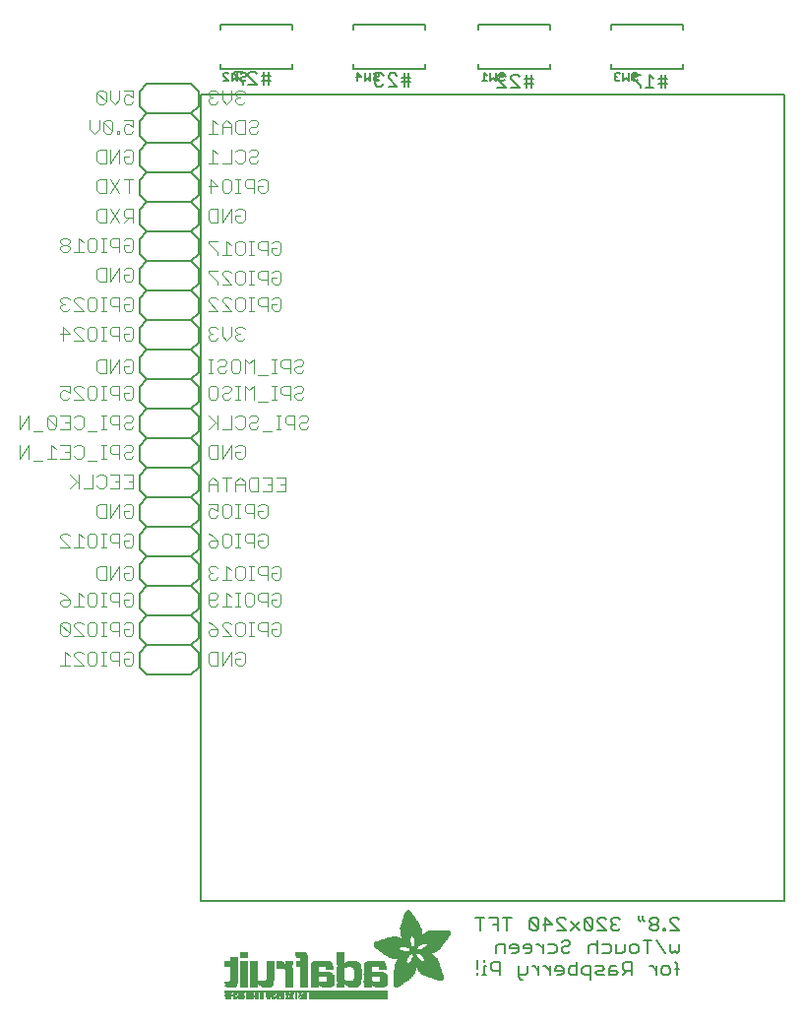
<source format=gbr>
G04 EAGLE Gerber RS-274X export*
G75*
%MOMM*%
%FSLAX34Y34*%
%LPD*%
%INSilkscreen Bottom*%
%IPPOS*%
%AMOC8*
5,1,8,0,0,1.08239X$1,22.5*%
G01*
%ADD10C,0.152400*%
%ADD11C,0.127000*%
%ADD12R,6.839700X0.016800*%
%ADD13R,0.268300X0.016800*%
%ADD14R,0.268200X0.016800*%
%ADD15R,0.251500X0.016800*%
%ADD16R,0.301800X0.016800*%
%ADD17R,0.251400X0.016800*%
%ADD18R,0.285000X0.016800*%
%ADD19R,0.301700X0.016800*%
%ADD20R,0.419100X0.016800*%
%ADD21R,0.318500X0.016800*%
%ADD22R,0.586700X0.016800*%
%ADD23R,0.586800X0.016800*%
%ADD24R,6.839700X0.016700*%
%ADD25R,0.268300X0.016700*%
%ADD26R,0.251400X0.016700*%
%ADD27R,0.251500X0.016700*%
%ADD28R,0.301800X0.016700*%
%ADD29R,0.285000X0.016700*%
%ADD30R,0.301700X0.016700*%
%ADD31R,0.419100X0.016700*%
%ADD32R,0.318500X0.016700*%
%ADD33R,0.586700X0.016700*%
%ADD34R,0.586800X0.016700*%
%ADD35R,0.318600X0.016800*%
%ADD36R,0.569900X0.016800*%
%ADD37R,0.335300X0.016800*%
%ADD38R,0.234700X0.016800*%
%ADD39R,0.234700X0.016700*%
%ADD40R,0.016700X0.016700*%
%ADD41R,0.318600X0.016700*%
%ADD42R,0.569900X0.016700*%
%ADD43R,0.335300X0.016700*%
%ADD44R,0.217900X0.016800*%
%ADD45R,0.033500X0.016800*%
%ADD46R,0.570000X0.016800*%
%ADD47R,0.201100X0.016700*%
%ADD48R,0.050300X0.016700*%
%ADD49R,0.670500X0.016700*%
%ADD50R,1.005800X0.016700*%
%ADD51R,0.570000X0.016700*%
%ADD52R,0.201100X0.016800*%
%ADD53R,0.067000X0.016800*%
%ADD54R,0.670500X0.016800*%
%ADD55R,1.005800X0.016800*%
%ADD56R,0.184400X0.016800*%
%ADD57R,0.989000X0.016800*%
%ADD58R,0.184400X0.016700*%
%ADD59R,0.067000X0.016700*%
%ADD60R,0.989000X0.016700*%
%ADD61R,0.167600X0.016800*%
%ADD62R,0.083800X0.016800*%
%ADD63R,0.637000X0.016800*%
%ADD64R,0.955500X0.016800*%
%ADD65R,0.150800X0.016800*%
%ADD66R,0.100600X0.016800*%
%ADD67R,0.536400X0.016800*%
%ADD68R,0.854900X0.016800*%
%ADD69R,0.150800X0.016700*%
%ADD70R,0.100600X0.016700*%
%ADD71R,0.352000X0.016700*%
%ADD72R,0.435900X0.016700*%
%ADD73R,0.402400X0.016700*%
%ADD74R,0.368800X0.016700*%
%ADD75R,0.134100X0.016800*%
%ADD76R,0.117300X0.016800*%
%ADD77R,0.435900X0.016800*%
%ADD78R,0.368900X0.016800*%
%ADD79R,0.603500X0.016800*%
%ADD80R,0.134100X0.016700*%
%ADD81R,0.117300X0.016700*%
%ADD82R,0.452600X0.016700*%
%ADD83R,0.620300X0.016700*%
%ADD84R,0.284900X0.016800*%
%ADD85R,0.486200X0.016800*%
%ADD86R,0.653800X0.016800*%
%ADD87R,0.804700X0.016800*%
%ADD88R,0.150900X0.016700*%
%ADD89R,0.268200X0.016700*%
%ADD90R,0.737600X0.016700*%
%ADD91R,0.603500X0.016700*%
%ADD92R,0.922000X0.016700*%
%ADD93R,0.150900X0.016800*%
%ADD94R,0.821400X0.016800*%
%ADD95R,0.972300X0.016800*%
%ADD96R,0.989100X0.016800*%
%ADD97R,0.083800X0.016700*%
%ADD98R,0.167600X0.016700*%
%ADD99R,0.821400X0.016700*%
%ADD100R,0.989100X0.016700*%
%ADD101R,0.201200X0.016700*%
%ADD102R,0.050300X0.016800*%
%ADD103R,0.201200X0.016800*%
%ADD104R,0.217900X0.016700*%
%ADD105R,0.284900X0.016700*%
%ADD106R,0.352100X0.016800*%
%ADD107R,0.620300X0.016800*%
%ADD108R,0.385600X0.016800*%
%ADD109R,0.335200X0.016800*%
%ADD110R,0.385600X0.016700*%
%ADD111R,0.687400X0.016700*%
%ADD112R,13.998000X0.016800*%
%ADD113R,13.998000X0.016700*%
%ADD114R,0.637000X0.016700*%
%ADD115R,0.486100X0.016700*%
%ADD116R,0.637100X0.016700*%
%ADD117R,0.519700X0.016700*%
%ADD118R,0.536500X0.016700*%
%ADD119R,0.787900X0.016800*%
%ADD120R,0.687400X0.016800*%
%ADD121R,0.771200X0.016800*%
%ADD122R,0.637100X0.016800*%
%ADD123R,0.720800X0.016800*%
%ADD124R,0.704100X0.016800*%
%ADD125R,0.754400X0.016800*%
%ADD126R,0.838200X0.016700*%
%ADD127R,0.871800X0.016700*%
%ADD128R,0.871700X0.016700*%
%ADD129R,0.402400X0.016800*%
%ADD130R,0.922100X0.016800*%
%ADD131R,0.938800X0.016800*%
%ADD132R,0.938800X0.016700*%
%ADD133R,1.022600X0.016700*%
%ADD134R,0.972400X0.016700*%
%ADD135R,0.972300X0.016700*%
%ADD136R,0.469400X0.016800*%
%ADD137R,1.072900X0.016800*%
%ADD138R,1.022600X0.016800*%
%ADD139R,1.005900X0.016800*%
%ADD140R,0.502900X0.016800*%
%ADD141R,1.123200X0.016800*%
%ADD142R,1.056200X0.016800*%
%ADD143R,1.123100X0.016800*%
%ADD144R,1.139900X0.016700*%
%ADD145R,1.089600X0.016700*%
%ADD146R,0.553200X0.016800*%
%ADD147R,1.190200X0.016800*%
%ADD148R,1.190300X0.016800*%
%ADD149R,1.039400X0.016800*%
%ADD150R,1.223700X0.016800*%
%ADD151R,1.173500X0.016800*%
%ADD152R,1.223800X0.016800*%
%ADD153R,1.240500X0.016700*%
%ADD154R,1.173500X0.016700*%
%ADD155R,1.240600X0.016700*%
%ADD156R,1.190300X0.016700*%
%ADD157R,1.056200X0.016700*%
%ADD158R,1.274100X0.016800*%
%ADD159R,1.274000X0.016800*%
%ADD160R,1.307600X0.016800*%
%ADD161R,1.257300X0.016800*%
%ADD162R,1.324400X0.016800*%
%ADD163R,0.687300X0.016700*%
%ADD164R,1.324400X0.016700*%
%ADD165R,1.307500X0.016700*%
%ADD166R,1.274100X0.016700*%
%ADD167R,1.072900X0.016700*%
%ADD168R,2.011600X0.016800*%
%ADD169R,1.324300X0.016800*%
%ADD170R,1.978100X0.016800*%
%ADD171R,2.011600X0.016700*%
%ADD172R,1.357900X0.016700*%
%ADD173R,1.994900X0.016700*%
%ADD174R,1.341200X0.016700*%
%ADD175R,1.089700X0.016700*%
%ADD176R,0.754300X0.016800*%
%ADD177R,1.994900X0.016800*%
%ADD178R,1.995000X0.016800*%
%ADD179R,1.089700X0.016800*%
%ADD180R,0.787900X0.016700*%
%ADD181R,1.995000X0.016700*%
%ADD182R,2.028400X0.016800*%
%ADD183R,2.011700X0.016800*%
%ADD184R,1.106500X0.016800*%
%ADD185R,2.028400X0.016700*%
%ADD186R,2.011700X0.016700*%
%ADD187R,1.106500X0.016700*%
%ADD188R,0.888400X0.016800*%
%ADD189R,0.922000X0.016800*%
%ADD190R,0.938700X0.016700*%
%ADD191R,2.045200X0.016800*%
%ADD192R,0.938700X0.016800*%
%ADD193R,0.670600X0.016700*%
%ADD194R,0.888500X0.016700*%
%ADD195R,2.045200X0.016700*%
%ADD196R,0.888400X0.016700*%
%ADD197R,0.804600X0.016800*%
%ADD198R,2.028500X0.016800*%
%ADD199R,1.056100X0.016700*%
%ADD200R,0.771100X0.016700*%
%ADD201R,0.754300X0.016700*%
%ADD202R,2.028500X0.016700*%
%ADD203R,0.737700X0.016700*%
%ADD204R,1.072800X0.016800*%
%ADD205R,0.871700X0.016800*%
%ADD206R,0.737600X0.016800*%
%ADD207R,0.871800X0.016800*%
%ADD208R,1.089600X0.016800*%
%ADD209R,0.704000X0.016800*%
%ADD210R,0.687300X0.016800*%
%ADD211R,0.670600X0.016800*%
%ADD212R,1.123100X0.016700*%
%ADD213R,0.720800X0.016700*%
%ADD214R,0.653700X0.016700*%
%ADD215R,0.653800X0.016700*%
%ADD216R,1.139900X0.016800*%
%ADD217R,1.173400X0.016800*%
%ADD218R,1.190200X0.016700*%
%ADD219R,1.207000X0.016800*%
%ADD220R,1.240500X0.016800*%
%ADD221R,0.469400X0.016700*%
%ADD222R,1.274000X0.016700*%
%ADD223R,0.519600X0.016800*%
%ADD224R,1.341100X0.016800*%
%ADD225R,0.771200X0.016700*%
%ADD226R,1.374600X0.016700*%
%ADD227R,0.838200X0.016800*%
%ADD228R,1.391400X0.016800*%
%ADD229R,1.424900X0.016800*%
%ADD230R,1.441700X0.016700*%
%ADD231R,1.475200X0.016800*%
%ADD232R,1.491900X0.016700*%
%ADD233R,1.525500X0.016800*%
%ADD234R,1.559000X0.016700*%
%ADD235R,1.575800X0.016800*%
%ADD236R,1.307600X0.016700*%
%ADD237R,1.592500X0.016700*%
%ADD238R,1.374700X0.016800*%
%ADD239R,1.609300X0.016800*%
%ADD240R,1.408200X0.016800*%
%ADD241R,1.626100X0.016800*%
%ADD242R,1.626100X0.016700*%
%ADD243R,1.508800X0.016800*%
%ADD244R,1.659600X0.016800*%
%ADD245R,1.559000X0.016800*%
%ADD246R,1.676400X0.016800*%
%ADD247R,1.575800X0.016700*%
%ADD248R,1.676400X0.016700*%
%ADD249R,1.978100X0.016700*%
%ADD250R,1.693100X0.016800*%
%ADD251R,1.642800X0.016800*%
%ADD252R,1.709900X0.016800*%
%ADD253R,1.961300X0.016800*%
%ADD254R,1.726600X0.016700*%
%ADD255R,1.961300X0.016700*%
%ADD256R,1.693200X0.016800*%
%ADD257R,1.726600X0.016800*%
%ADD258R,1.944600X0.016800*%
%ADD259R,1.726700X0.016700*%
%ADD260R,1.743400X0.016700*%
%ADD261R,1.944600X0.016700*%
%ADD262R,1.726700X0.016800*%
%ADD263R,1.760200X0.016800*%
%ADD264R,1.927800X0.016800*%
%ADD265R,1.911000X0.016800*%
%ADD266R,1.793700X0.016700*%
%ADD267R,1.776900X0.016700*%
%ADD268R,1.911100X0.016700*%
%ADD269R,1.894300X0.016700*%
%ADD270R,1.793800X0.016800*%
%ADD271R,1.776900X0.016800*%
%ADD272R,1.911100X0.016800*%
%ADD273R,1.894300X0.016800*%
%ADD274R,1.827300X0.016800*%
%ADD275R,1.810500X0.016800*%
%ADD276R,1.877500X0.016800*%
%ADD277R,1.844100X0.016700*%
%ADD278R,1.810500X0.016700*%
%ADD279R,1.860800X0.016700*%
%ADD280R,1.844000X0.016700*%
%ADD281R,1.860900X0.016800*%
%ADD282R,1.844000X0.016800*%
%ADD283R,1.827200X0.016800*%
%ADD284R,1.860800X0.016800*%
%ADD285R,1.793700X0.016800*%
%ADD286R,1.877600X0.016700*%
%ADD287R,1.827200X0.016700*%
%ADD288R,1.927800X0.016700*%
%ADD289R,1.927900X0.016800*%
%ADD290R,1.944700X0.016700*%
%ADD291R,1.877500X0.016700*%
%ADD292R,1.961400X0.016800*%
%ADD293R,1.961400X0.016700*%
%ADD294R,1.978200X0.016800*%
%ADD295R,1.911000X0.016700*%
%ADD296R,0.620200X0.016800*%
%ADD297R,1.425000X0.016800*%
%ADD298R,0.620200X0.016700*%
%ADD299R,1.425000X0.016700*%
%ADD300R,0.653700X0.016800*%
%ADD301R,0.704100X0.016700*%
%ADD302R,0.804700X0.016700*%
%ADD303R,0.905200X0.016800*%
%ADD304R,1.894400X0.016800*%
%ADD305R,1.927900X0.016700*%
%ADD306R,1.877600X0.016800*%
%ADD307R,3.889300X0.016800*%
%ADD308R,3.872500X0.016700*%
%ADD309R,3.872500X0.016800*%
%ADD310R,3.855700X0.016700*%
%ADD311R,0.754400X0.016700*%
%ADD312R,3.855700X0.016800*%
%ADD313R,3.839000X0.016800*%
%ADD314R,0.720900X0.016800*%
%ADD315R,3.822200X0.016700*%
%ADD316R,2.715700X0.016800*%
%ADD317R,2.632000X0.016800*%
%ADD318R,1.290800X0.016800*%
%ADD319R,2.615200X0.016700*%
%ADD320R,1.257300X0.016700*%
%ADD321R,2.581700X0.016800*%
%ADD322R,1.240600X0.016800*%
%ADD323R,2.564900X0.016800*%
%ADD324R,1.760300X0.016800*%
%ADD325R,2.531400X0.016700*%
%ADD326R,1.156700X0.016700*%
%ADD327R,2.514600X0.016800*%
%ADD328R,0.955600X0.016800*%
%ADD329R,2.497800X0.016800*%
%ADD330R,1.659700X0.016800*%
%ADD331R,2.464300X0.016700*%
%ADD332R,1.039300X0.016700*%
%ADD333R,2.447500X0.016800*%
%ADD334R,1.592500X0.016800*%
%ADD335R,0.536500X0.016800*%
%ADD336R,2.430800X0.016700*%
%ADD337R,1.559100X0.016700*%
%ADD338R,1.542300X0.016700*%
%ADD339R,0.502900X0.016700*%
%ADD340R,2.414000X0.016800*%
%ADD341R,0.905300X0.016800*%
%ADD342R,1.508700X0.016800*%
%ADD343R,0.888500X0.016800*%
%ADD344R,2.397300X0.016800*%
%ADD345R,1.441700X0.016800*%
%ADD346R,0.452700X0.016800*%
%ADD347R,1.290900X0.016700*%
%ADD348R,1.156700X0.016800*%
%ADD349R,0.855000X0.016800*%
%ADD350R,1.123200X0.016700*%
%ADD351R,0.720900X0.016700*%
%ADD352R,1.106400X0.016800*%
%ADD353R,1.106400X0.016700*%
%ADD354R,0.771100X0.016800*%
%ADD355R,0.435800X0.016700*%
%ADD356R,1.592600X0.016700*%
%ADD357R,0.435800X0.016800*%
%ADD358R,1.642900X0.016800*%
%ADD359R,0.402300X0.016800*%
%ADD360R,1.793800X0.016700*%
%ADD361R,0.368800X0.016800*%
%ADD362R,1.056100X0.016800*%
%ADD363R,1.039400X0.016700*%
%ADD364R,2.078800X0.016800*%
%ADD365R,0.335200X0.016700*%
%ADD366R,2.145800X0.016700*%
%ADD367R,2.162600X0.016800*%
%ADD368R,0.352000X0.016800*%
%ADD369R,2.212800X0.016800*%
%ADD370R,2.279900X0.016700*%
%ADD371R,2.330200X0.016800*%
%ADD372R,2.799500X0.016800*%
%ADD373R,2.816300X0.016700*%
%ADD374R,0.955500X0.016700*%
%ADD375R,2.849900X0.016800*%
%ADD376R,2.916900X0.016800*%
%ADD377R,4.224500X0.016700*%
%ADD378R,4.291600X0.016800*%
%ADD379R,4.409000X0.016800*%
%ADD380R,4.509500X0.016700*%
%ADD381R,4.526300X0.016800*%
%ADD382R,4.626800X0.016700*%
%ADD383R,4.693900X0.016800*%
%ADD384R,4.727400X0.016800*%
%ADD385R,2.548200X0.016700*%
%ADD386R,2.179300X0.016700*%
%ADD387R,2.430800X0.016800*%
%ADD388R,2.414000X0.016700*%
%ADD389R,2.414100X0.016800*%
%ADD390R,2.430700X0.016700*%
%ADD391R,2.447600X0.016700*%
%ADD392R,1.559100X0.016800*%
%ADD393R,1.525500X0.016700*%
%ADD394R,1.492000X0.016800*%
%ADD395R,1.491900X0.016800*%
%ADD396R,1.458500X0.016700*%
%ADD397R,2.061900X0.016800*%
%ADD398R,1.408100X0.016700*%
%ADD399R,0.905200X0.016700*%
%ADD400R,2.112300X0.016700*%
%ADD401R,2.179300X0.016800*%
%ADD402R,1.408200X0.016700*%
%ADD403R,2.212900X0.016700*%
%ADD404R,1.140000X0.016800*%
%ADD405R,3.319300X0.016800*%
%ADD406R,1.374700X0.016700*%
%ADD407R,0.402300X0.016700*%
%ADD408R,3.302500X0.016700*%
%ADD409R,3.285700X0.016800*%
%ADD410R,1.357900X0.016800*%
%ADD411R,3.269000X0.016800*%
%ADD412R,3.285800X0.016700*%
%ADD413R,3.268900X0.016800*%
%ADD414R,0.452700X0.016700*%
%ADD415R,3.268900X0.016700*%
%ADD416R,1.391400X0.016700*%
%ADD417R,3.269000X0.016700*%
%ADD418R,1.374600X0.016800*%
%ADD419R,0.519700X0.016800*%
%ADD420R,3.252200X0.016800*%
%ADD421R,3.235400X0.016800*%
%ADD422R,3.235400X0.016700*%
%ADD423R,3.218600X0.016800*%
%ADD424R,3.201900X0.016800*%
%ADD425R,3.201900X0.016700*%
%ADD426R,1.458500X0.016800*%
%ADD427R,1.525600X0.016800*%
%ADD428R,3.185100X0.016800*%
%ADD429R,2.531300X0.016700*%
%ADD430R,3.168400X0.016700*%
%ADD431R,2.531300X0.016800*%
%ADD432R,3.151600X0.016800*%
%ADD433R,2.548100X0.016800*%
%ADD434R,3.134900X0.016800*%
%ADD435R,2.564900X0.016700*%
%ADD436R,3.118100X0.016700*%
%ADD437R,2.581600X0.016800*%
%ADD438R,3.101400X0.016800*%
%ADD439R,2.598400X0.016700*%
%ADD440R,3.067900X0.016700*%
%ADD441R,2.598400X0.016800*%
%ADD442R,3.034300X0.016800*%
%ADD443R,2.615100X0.016800*%
%ADD444R,3.000800X0.016800*%
%ADD445R,2.631900X0.016700*%
%ADD446R,2.950500X0.016700*%
%ADD447R,2.648700X0.016800*%
%ADD448R,2.900200X0.016800*%
%ADD449R,2.665500X0.016800*%
%ADD450R,2.682200X0.016700*%
%ADD451R,2.799600X0.016700*%
%ADD452R,2.699000X0.016800*%
%ADD453R,2.732500X0.016800*%
%ADD454R,2.749300X0.016700*%
%ADD455R,2.632000X0.016700*%
%ADD456R,2.749300X0.016800*%
%ADD457R,2.766100X0.016700*%
%ADD458R,2.766100X0.016800*%
%ADD459R,2.481100X0.016800*%
%ADD460R,2.782900X0.016800*%
%ADD461R,2.380500X0.016700*%
%ADD462R,2.833100X0.016800*%
%ADD463R,1.592600X0.016800*%
%ADD464R,2.849900X0.016700*%
%ADD465R,2.883400X0.016800*%
%ADD466R,2.917000X0.016700*%
%ADD467R,2.933700X0.016800*%
%ADD468R,2.967200X0.016800*%
%ADD469R,2.967200X0.016700*%
%ADD470R,3.017500X0.016700*%
%ADD471R,3.051000X0.016800*%
%ADD472R,0.788000X0.016800*%
%ADD473R,3.084600X0.016800*%
%ADD474R,2.397300X0.016700*%
%ADD475R,2.397200X0.016800*%
%ADD476R,1.760200X0.016700*%
%ADD477R,2.397200X0.016700*%
%ADD478R,1.827300X0.016700*%
%ADD479R,2.380500X0.016800*%
%ADD480R,2.363700X0.016800*%
%ADD481R,2.363700X0.016700*%
%ADD482R,2.346900X0.016800*%
%ADD483R,2.296600X0.016700*%
%ADD484R,2.279900X0.016800*%
%ADD485R,2.246300X0.016800*%
%ADD486R,2.229600X0.016700*%
%ADD487R,2.129100X0.016800*%
%ADD488R,2.112300X0.016800*%
%ADD489R,1.609300X0.016700*%
%ADD490R,1.743400X0.016800*%
%ADD491R,1.693100X0.016700*%
%ADD492R,1.659700X0.016700*%
%ADD493R,1.575900X0.016800*%
%ADD494R,1.575900X0.016700*%
%ADD495R,1.475200X0.016700*%
%ADD496R,1.324300X0.016700*%
%ADD497R,1.290800X0.016700*%
%ADD498R,1.207000X0.016700*%
%ADD499R,0.854900X0.016700*%
%ADD500R,0.821500X0.016700*%
%ADD501R,0.821500X0.016800*%
%ADD502R,0.218000X0.016800*%
%ADD503C,0.203200*%
%ADD504C,0.101600*%


D10*
X464221Y52832D02*
X471678Y52832D01*
X464221Y60289D01*
X464221Y62153D01*
X466085Y64018D01*
X469814Y64018D01*
X471678Y62153D01*
X459984Y54696D02*
X459984Y52832D01*
X459984Y54696D02*
X458120Y54696D01*
X458120Y52832D01*
X459984Y52832D01*
X454137Y62153D02*
X452273Y64018D01*
X448544Y64018D01*
X446680Y62153D01*
X446680Y60289D01*
X448544Y58425D01*
X446680Y56561D01*
X446680Y54696D01*
X448544Y52832D01*
X452273Y52832D01*
X454137Y54696D01*
X454137Y56561D01*
X452273Y58425D01*
X454137Y60289D01*
X454137Y62153D01*
X452273Y58425D02*
X448544Y58425D01*
X440579Y62153D02*
X440579Y65882D01*
X440579Y62153D02*
X442443Y60289D01*
X436850Y62153D02*
X436850Y65882D01*
X436850Y62153D02*
X438715Y60289D01*
X421004Y62153D02*
X419140Y64018D01*
X415411Y64018D01*
X413547Y62153D01*
X413547Y60289D01*
X415411Y58425D01*
X417276Y58425D01*
X415411Y58425D02*
X413547Y56561D01*
X413547Y54696D01*
X415411Y52832D01*
X419140Y52832D01*
X421004Y54696D01*
X409310Y52832D02*
X401853Y52832D01*
X409310Y52832D02*
X401853Y60289D01*
X401853Y62153D01*
X403717Y64018D01*
X407446Y64018D01*
X409310Y62153D01*
X397616Y62153D02*
X397616Y54696D01*
X397616Y62153D02*
X395752Y64018D01*
X392023Y64018D01*
X390159Y62153D01*
X390159Y54696D01*
X392023Y52832D01*
X395752Y52832D01*
X397616Y54696D01*
X390159Y62153D01*
X385922Y60289D02*
X378465Y52832D01*
X385922Y52832D02*
X378465Y60289D01*
X374228Y52832D02*
X366771Y52832D01*
X374228Y52832D02*
X366771Y60289D01*
X366771Y62153D01*
X368636Y64018D01*
X372364Y64018D01*
X374228Y62153D01*
X356942Y64018D02*
X356942Y52832D01*
X362534Y58425D02*
X356942Y64018D01*
X355077Y58425D02*
X362534Y58425D01*
X350840Y62153D02*
X350840Y54696D01*
X350840Y62153D02*
X348976Y64018D01*
X345248Y64018D01*
X343383Y62153D01*
X343383Y54696D01*
X345248Y52832D01*
X348976Y52832D01*
X350840Y54696D01*
X343383Y62153D01*
X323724Y64018D02*
X323724Y52832D01*
X327452Y64018D02*
X319995Y64018D01*
X315758Y64018D02*
X315758Y52832D01*
X315758Y64018D02*
X308301Y64018D01*
X312030Y58425D02*
X315758Y58425D01*
X300336Y52832D02*
X300336Y64018D01*
X304064Y64018D02*
X296607Y64018D01*
X471678Y41239D02*
X471678Y35646D01*
X469814Y33782D01*
X467950Y35646D01*
X466085Y33782D01*
X464221Y35646D01*
X464221Y41239D01*
X459984Y33782D02*
X452527Y44968D01*
X444562Y44968D02*
X444562Y33782D01*
X448290Y44968D02*
X440833Y44968D01*
X434732Y33782D02*
X431003Y33782D01*
X429139Y35646D01*
X429139Y39375D01*
X431003Y41239D01*
X434732Y41239D01*
X436596Y39375D01*
X436596Y35646D01*
X434732Y33782D01*
X424902Y35646D02*
X424902Y41239D01*
X424902Y35646D02*
X423038Y33782D01*
X417445Y33782D01*
X417445Y41239D01*
X411344Y41239D02*
X405751Y41239D01*
X411344Y41239D02*
X413208Y39375D01*
X413208Y35646D01*
X411344Y33782D01*
X405751Y33782D01*
X401514Y33782D02*
X401514Y44968D01*
X399650Y41239D02*
X401514Y39375D01*
X399650Y41239D02*
X395921Y41239D01*
X394057Y39375D01*
X394057Y33782D01*
X372534Y44968D02*
X370669Y43103D01*
X372534Y44968D02*
X376262Y44968D01*
X378126Y43103D01*
X378126Y41239D01*
X376262Y39375D01*
X372534Y39375D01*
X370669Y37511D01*
X370669Y35646D01*
X372534Y33782D01*
X376262Y33782D01*
X378126Y35646D01*
X364568Y41239D02*
X358975Y41239D01*
X364568Y41239D02*
X366432Y39375D01*
X366432Y35646D01*
X364568Y33782D01*
X358975Y33782D01*
X354738Y33782D02*
X354738Y41239D01*
X354738Y37511D02*
X351010Y41239D01*
X349146Y41239D01*
X343129Y33782D02*
X339401Y33782D01*
X343129Y33782D02*
X344993Y35646D01*
X344993Y39375D01*
X343129Y41239D01*
X339401Y41239D01*
X337536Y39375D01*
X337536Y37511D01*
X344993Y37511D01*
X331435Y33782D02*
X327707Y33782D01*
X331435Y33782D02*
X333299Y35646D01*
X333299Y39375D01*
X331435Y41239D01*
X327707Y41239D01*
X325842Y39375D01*
X325842Y37511D01*
X333299Y37511D01*
X321605Y41239D02*
X321605Y33782D01*
X321605Y41239D02*
X316013Y41239D01*
X314148Y39375D01*
X314148Y33782D01*
X469814Y24053D02*
X469814Y14732D01*
X469814Y24053D02*
X467950Y25918D01*
X467950Y20325D02*
X471678Y20325D01*
X462018Y14732D02*
X458289Y14732D01*
X456425Y16596D01*
X456425Y20325D01*
X458289Y22189D01*
X462018Y22189D01*
X463882Y20325D01*
X463882Y16596D01*
X462018Y14732D01*
X452188Y14732D02*
X452188Y22189D01*
X452188Y18461D02*
X448460Y22189D01*
X446595Y22189D01*
X430749Y25918D02*
X430749Y14732D01*
X430749Y25918D02*
X425156Y25918D01*
X423292Y24053D01*
X423292Y20325D01*
X425156Y18461D01*
X430749Y18461D01*
X427021Y18461D02*
X423292Y14732D01*
X417191Y22189D02*
X413462Y22189D01*
X411598Y20325D01*
X411598Y14732D01*
X417191Y14732D01*
X419055Y16596D01*
X417191Y18461D01*
X411598Y18461D01*
X407361Y14732D02*
X401768Y14732D01*
X399904Y16596D01*
X401768Y18461D01*
X405497Y18461D01*
X407361Y20325D01*
X405497Y22189D01*
X399904Y22189D01*
X395667Y22189D02*
X395667Y11004D01*
X395667Y22189D02*
X390074Y22189D01*
X388210Y20325D01*
X388210Y16596D01*
X390074Y14732D01*
X395667Y14732D01*
X383973Y14732D02*
X383973Y25918D01*
X383973Y14732D02*
X378381Y14732D01*
X376516Y16596D01*
X376516Y20325D01*
X378381Y22189D01*
X383973Y22189D01*
X370415Y14732D02*
X366687Y14732D01*
X370415Y14732D02*
X372279Y16596D01*
X372279Y20325D01*
X370415Y22189D01*
X366687Y22189D01*
X364822Y20325D01*
X364822Y18461D01*
X372279Y18461D01*
X360585Y22189D02*
X360585Y14732D01*
X360585Y18461D02*
X356857Y22189D01*
X354993Y22189D01*
X350840Y22189D02*
X350840Y14732D01*
X350840Y18461D02*
X347112Y22189D01*
X345248Y22189D01*
X341095Y22189D02*
X341095Y16596D01*
X339231Y14732D01*
X333638Y14732D01*
X333638Y12868D02*
X333638Y22189D01*
X333638Y12868D02*
X335503Y11004D01*
X337367Y11004D01*
X317707Y14732D02*
X317707Y25918D01*
X312115Y25918D01*
X310250Y24053D01*
X310250Y20325D01*
X312115Y18461D01*
X317707Y18461D01*
X306013Y22189D02*
X304149Y22189D01*
X304149Y14732D01*
X306013Y14732D02*
X302285Y14732D01*
X304149Y25918D02*
X304149Y27782D01*
X298218Y16596D02*
X298218Y14732D01*
X298218Y20325D02*
X298218Y27782D01*
X459923Y777748D02*
X459923Y788934D01*
X456194Y788934D02*
X456194Y777748D01*
X456194Y785205D02*
X461787Y785205D01*
X456194Y785205D02*
X454330Y785205D01*
X454330Y781477D02*
X461787Y781477D01*
X450093Y785205D02*
X446365Y788934D01*
X446365Y777748D01*
X450093Y777748D02*
X442636Y777748D01*
X438399Y788934D02*
X430942Y788934D01*
X430942Y787069D01*
X438399Y779612D01*
X438399Y777748D01*
X344353Y777748D02*
X344353Y788934D01*
X340624Y788934D02*
X340624Y777748D01*
X340624Y785205D02*
X346217Y785205D01*
X340624Y785205D02*
X338760Y785205D01*
X338760Y781477D02*
X346217Y781477D01*
X334523Y777748D02*
X327066Y777748D01*
X334523Y777748D02*
X327066Y785205D01*
X327066Y787069D01*
X328930Y788934D01*
X332659Y788934D01*
X334523Y787069D01*
X322829Y777748D02*
X315372Y777748D01*
X322829Y777748D02*
X315372Y785205D01*
X315372Y787069D01*
X317236Y788934D01*
X320965Y788934D01*
X322829Y787069D01*
X238943Y790204D02*
X238943Y779018D01*
X235214Y779018D02*
X235214Y790204D01*
X235214Y786475D02*
X240807Y786475D01*
X235214Y786475D02*
X233350Y786475D01*
X233350Y782747D02*
X240807Y782747D01*
X229113Y779018D02*
X221656Y779018D01*
X229113Y779018D02*
X221656Y786475D01*
X221656Y788339D01*
X223520Y790204D01*
X227249Y790204D01*
X229113Y788339D01*
X217419Y788339D02*
X215555Y790204D01*
X211826Y790204D01*
X209962Y788339D01*
X209962Y786475D01*
X211826Y784611D01*
X213691Y784611D01*
X211826Y784611D02*
X209962Y782747D01*
X209962Y780882D01*
X211826Y779018D01*
X215555Y779018D01*
X217419Y780882D01*
X118293Y780288D02*
X118293Y791474D01*
X114564Y791474D02*
X114564Y780288D01*
X114564Y787745D02*
X120157Y787745D01*
X114564Y787745D02*
X112700Y787745D01*
X112700Y784017D02*
X120157Y784017D01*
X108463Y780288D02*
X101006Y780288D01*
X108463Y780288D02*
X101006Y787745D01*
X101006Y789609D01*
X102870Y791474D01*
X106599Y791474D01*
X108463Y789609D01*
X96769Y791474D02*
X89312Y791474D01*
X89312Y789609D01*
X96769Y782152D01*
X96769Y780288D01*
D11*
X60150Y772120D02*
X562150Y772120D01*
X60150Y772120D02*
X60150Y78120D01*
X562150Y78120D01*
X562150Y772120D01*
X299200Y793800D02*
X299200Y797800D01*
X299200Y793800D02*
X361200Y793800D01*
X361200Y797800D01*
X299200Y827800D02*
X299200Y831800D01*
X361200Y831800D01*
X361200Y827800D01*
D10*
X318156Y790344D02*
X317054Y789242D01*
X318156Y790344D02*
X320359Y790344D01*
X321460Y789242D01*
X321460Y788140D01*
X320359Y787039D01*
X318156Y787039D01*
X317054Y785937D01*
X317054Y784836D01*
X318156Y783734D01*
X320359Y783734D01*
X321460Y784836D01*
X313976Y783734D02*
X313976Y790344D01*
X311773Y785937D02*
X313976Y783734D01*
X311773Y785937D02*
X309570Y783734D01*
X309570Y790344D01*
X306492Y788140D02*
X304289Y790344D01*
X304289Y783734D01*
X306492Y783734D02*
X302086Y783734D01*
D11*
X76950Y793800D02*
X76950Y797800D01*
X76950Y793800D02*
X138950Y793800D01*
X138950Y797800D01*
X76950Y827800D02*
X76950Y831800D01*
X138950Y831800D01*
X138950Y827800D01*
D10*
X95906Y790344D02*
X94804Y789242D01*
X95906Y790344D02*
X98109Y790344D01*
X99210Y789242D01*
X99210Y788140D01*
X98109Y787039D01*
X95906Y787039D01*
X94804Y785937D01*
X94804Y784836D01*
X95906Y783734D01*
X98109Y783734D01*
X99210Y784836D01*
X91726Y783734D02*
X91726Y790344D01*
X89523Y785937D02*
X91726Y783734D01*
X89523Y785937D02*
X87320Y783734D01*
X87320Y790344D01*
X84242Y783734D02*
X79836Y783734D01*
X84242Y783734D02*
X79836Y788140D01*
X79836Y789242D01*
X80937Y790344D01*
X83141Y790344D01*
X84242Y789242D01*
D12*
X186922Y-6350D03*
D13*
X150376Y-6350D03*
D14*
X146855Y-6350D03*
D15*
X142413Y-6350D03*
D13*
X138809Y-6350D03*
D16*
X134785Y-6350D03*
D17*
X130678Y-6350D03*
D18*
X126822Y-6350D03*
D19*
X122883Y-6350D03*
D20*
X118273Y-6350D03*
X113076Y-6350D03*
D21*
X108382Y-6350D03*
D18*
X104358Y-6350D03*
X100503Y-6350D03*
D22*
X94971Y-6350D03*
D19*
X89523Y-6350D03*
D23*
X84074Y-6350D03*
D24*
X186922Y-6183D03*
D25*
X150376Y-6183D03*
D26*
X146939Y-6183D03*
D27*
X142413Y-6183D03*
D28*
X138641Y-6183D03*
D29*
X134701Y-6183D03*
D30*
X130762Y-6183D03*
D29*
X126822Y-6183D03*
D30*
X122883Y-6183D03*
D31*
X118273Y-6183D03*
X113076Y-6183D03*
D32*
X108382Y-6183D03*
D29*
X104358Y-6183D03*
X100503Y-6183D03*
D33*
X94971Y-6183D03*
D32*
X89607Y-6183D03*
D34*
X84074Y-6183D03*
D12*
X186922Y-6015D03*
D13*
X150376Y-6015D03*
D17*
X146939Y-6015D03*
D15*
X142413Y-6015D03*
D35*
X138557Y-6015D03*
D13*
X134618Y-6015D03*
D21*
X130678Y-6015D03*
D18*
X126822Y-6015D03*
D21*
X122967Y-6015D03*
D20*
X118273Y-6015D03*
X113076Y-6015D03*
D21*
X108382Y-6015D03*
D18*
X104358Y-6015D03*
X100503Y-6015D03*
D36*
X95055Y-6015D03*
D37*
X89523Y-6015D03*
D23*
X84074Y-6015D03*
D12*
X186922Y-5847D03*
D13*
X150376Y-5847D03*
D38*
X147023Y-5847D03*
D15*
X142413Y-5847D03*
D35*
X138557Y-5847D03*
D13*
X134618Y-5847D03*
D21*
X130678Y-5847D03*
D17*
X126822Y-5847D03*
D21*
X122967Y-5847D03*
D20*
X118273Y-5847D03*
X113076Y-5847D03*
D21*
X108382Y-5847D03*
D18*
X104358Y-5847D03*
X100503Y-5847D03*
D36*
X95055Y-5847D03*
D37*
X89523Y-5847D03*
D23*
X84074Y-5847D03*
D24*
X186922Y-5680D03*
D25*
X150376Y-5680D03*
D39*
X147023Y-5680D03*
D40*
X144760Y-5680D03*
D27*
X142413Y-5680D03*
D41*
X138557Y-5680D03*
D25*
X134618Y-5680D03*
D32*
X130678Y-5680D03*
D26*
X126822Y-5680D03*
D32*
X122967Y-5680D03*
D31*
X118273Y-5680D03*
X113076Y-5680D03*
D32*
X108382Y-5680D03*
D29*
X104358Y-5680D03*
X100503Y-5680D03*
D42*
X95055Y-5680D03*
D43*
X89523Y-5680D03*
D34*
X84074Y-5680D03*
D12*
X186922Y-5512D03*
D13*
X150376Y-5512D03*
D44*
X147107Y-5512D03*
D45*
X144844Y-5512D03*
D15*
X142413Y-5512D03*
D35*
X138557Y-5512D03*
D13*
X134618Y-5512D03*
D21*
X130678Y-5512D03*
D17*
X126822Y-5512D03*
D21*
X122967Y-5512D03*
D20*
X118273Y-5512D03*
X113076Y-5512D03*
D19*
X108466Y-5512D03*
D18*
X104358Y-5512D03*
X100503Y-5512D03*
D36*
X95055Y-5512D03*
D37*
X89523Y-5512D03*
D46*
X83990Y-5512D03*
D12*
X186922Y-5344D03*
D13*
X150376Y-5344D03*
D44*
X147107Y-5344D03*
D45*
X144844Y-5344D03*
D15*
X142413Y-5344D03*
D35*
X138557Y-5344D03*
D13*
X134618Y-5344D03*
D21*
X130678Y-5344D03*
D17*
X126822Y-5344D03*
D21*
X122967Y-5344D03*
D20*
X118273Y-5344D03*
X113076Y-5344D03*
D19*
X108466Y-5344D03*
D18*
X104358Y-5344D03*
X100503Y-5344D03*
D36*
X95055Y-5344D03*
D37*
X89523Y-5344D03*
D46*
X83990Y-5344D03*
D24*
X186922Y-5177D03*
D25*
X150376Y-5177D03*
D47*
X147191Y-5177D03*
D48*
X144928Y-5177D03*
D27*
X142413Y-5177D03*
D41*
X138557Y-5177D03*
D25*
X134618Y-5177D03*
D32*
X130678Y-5177D03*
D49*
X124727Y-5177D03*
D31*
X118273Y-5177D03*
X113076Y-5177D03*
D30*
X108466Y-5177D03*
D28*
X104442Y-5177D03*
D29*
X100503Y-5177D03*
D50*
X92875Y-5177D03*
D51*
X83990Y-5177D03*
D12*
X186922Y-5009D03*
D13*
X150376Y-5009D03*
D52*
X147191Y-5009D03*
D53*
X145011Y-5009D03*
D15*
X142413Y-5009D03*
D35*
X138557Y-5009D03*
D15*
X134534Y-5009D03*
D21*
X130678Y-5009D03*
D54*
X124727Y-5009D03*
D20*
X118273Y-5009D03*
X113076Y-5009D03*
D19*
X108466Y-5009D03*
D16*
X104442Y-5009D03*
D18*
X100503Y-5009D03*
D55*
X92875Y-5009D03*
D23*
X84074Y-5009D03*
D12*
X186922Y-4841D03*
D13*
X150376Y-4841D03*
D56*
X147274Y-4841D03*
D53*
X145011Y-4841D03*
D15*
X142413Y-4841D03*
D37*
X138474Y-4841D03*
D15*
X134534Y-4841D03*
D21*
X130678Y-4841D03*
D54*
X124727Y-4841D03*
D20*
X118273Y-4841D03*
X113076Y-4841D03*
D19*
X108466Y-4841D03*
D16*
X104442Y-4841D03*
D18*
X100503Y-4841D03*
D57*
X92959Y-4841D03*
D23*
X84074Y-4841D03*
D24*
X186922Y-4674D03*
D25*
X150376Y-4674D03*
D58*
X147274Y-4674D03*
D59*
X145011Y-4674D03*
D27*
X142413Y-4674D03*
D43*
X138474Y-4674D03*
D27*
X134534Y-4674D03*
D32*
X130678Y-4674D03*
D49*
X124727Y-4674D03*
D31*
X118273Y-4674D03*
X113076Y-4674D03*
D29*
X108549Y-4674D03*
D41*
X104526Y-4674D03*
D29*
X100503Y-4674D03*
D60*
X92959Y-4674D03*
D34*
X84074Y-4674D03*
D12*
X186922Y-4506D03*
D13*
X150376Y-4506D03*
D61*
X147358Y-4506D03*
D62*
X145095Y-4506D03*
D15*
X142413Y-4506D03*
D37*
X138474Y-4506D03*
D15*
X134534Y-4506D03*
D21*
X130678Y-4506D03*
D63*
X124894Y-4506D03*
D20*
X118273Y-4506D03*
X113076Y-4506D03*
D35*
X104526Y-4506D03*
D18*
X100503Y-4506D03*
D64*
X93127Y-4506D03*
D23*
X84074Y-4506D03*
D12*
X186922Y-4338D03*
D13*
X150376Y-4338D03*
D65*
X147442Y-4338D03*
D66*
X145179Y-4338D03*
D15*
X142413Y-4338D03*
D37*
X138474Y-4338D03*
D15*
X134534Y-4338D03*
D21*
X130678Y-4338D03*
D67*
X125397Y-4338D03*
D20*
X118273Y-4338D03*
X113076Y-4338D03*
D37*
X104610Y-4338D03*
D18*
X100503Y-4338D03*
D68*
X93630Y-4338D03*
D23*
X84074Y-4338D03*
D24*
X186922Y-4171D03*
D25*
X150376Y-4171D03*
D69*
X147442Y-4171D03*
D70*
X145179Y-4171D03*
D27*
X142413Y-4171D03*
D43*
X138474Y-4171D03*
D27*
X134534Y-4171D03*
D32*
X130678Y-4171D03*
D71*
X126319Y-4171D03*
D72*
X118357Y-4171D03*
D31*
X113076Y-4171D03*
D73*
X104945Y-4171D03*
D29*
X100503Y-4171D03*
D74*
X93043Y-4171D03*
D34*
X84074Y-4171D03*
D12*
X186922Y-4003D03*
D13*
X150376Y-4003D03*
D75*
X147526Y-4003D03*
D76*
X145263Y-4003D03*
D15*
X142413Y-4003D03*
D37*
X138474Y-4003D03*
D15*
X134534Y-4003D03*
D21*
X130678Y-4003D03*
D19*
X126571Y-4003D03*
D77*
X118357Y-4003D03*
D20*
X113076Y-4003D03*
D78*
X104778Y-4003D03*
D18*
X100503Y-4003D03*
D21*
X93295Y-4003D03*
D79*
X84158Y-4003D03*
D24*
X186922Y-3836D03*
D25*
X150376Y-3836D03*
D80*
X147526Y-3836D03*
D81*
X145263Y-3836D03*
D27*
X142413Y-3836D03*
D43*
X138474Y-3836D03*
D27*
X134534Y-3836D03*
D32*
X130678Y-3836D03*
D30*
X126571Y-3836D03*
D82*
X118440Y-3836D03*
D31*
X113076Y-3836D03*
D43*
X104610Y-3836D03*
D29*
X100503Y-3836D03*
D32*
X93295Y-3836D03*
D83*
X84242Y-3836D03*
D12*
X186922Y-3668D03*
D13*
X150376Y-3668D03*
D76*
X147610Y-3668D03*
X145263Y-3668D03*
D15*
X142413Y-3668D03*
D37*
X138474Y-3668D03*
D15*
X134534Y-3668D03*
D21*
X130678Y-3668D03*
D84*
X126655Y-3668D03*
D85*
X118608Y-3668D03*
D20*
X113076Y-3668D03*
D14*
X108633Y-3668D03*
D35*
X104526Y-3668D03*
D18*
X100503Y-3668D03*
D16*
X93378Y-3668D03*
D86*
X84409Y-3668D03*
D12*
X186922Y-3500D03*
D13*
X150376Y-3500D03*
D76*
X147610Y-3500D03*
D75*
X145347Y-3500D03*
D15*
X142413Y-3500D03*
D37*
X138474Y-3500D03*
D15*
X134534Y-3500D03*
D21*
X130678Y-3500D03*
D14*
X126738Y-3500D03*
D63*
X119362Y-3500D03*
D20*
X113076Y-3500D03*
D19*
X108466Y-3500D03*
D16*
X104442Y-3500D03*
D18*
X100503Y-3500D03*
D16*
X93378Y-3500D03*
D87*
X85164Y-3500D03*
D24*
X186922Y-3333D03*
D25*
X150376Y-3333D03*
D70*
X147693Y-3333D03*
D88*
X145431Y-3333D03*
D27*
X142413Y-3333D03*
D43*
X138474Y-3333D03*
D27*
X134534Y-3333D03*
D32*
X130678Y-3333D03*
D89*
X126738Y-3333D03*
D90*
X119865Y-3333D03*
D31*
X113076Y-3333D03*
D30*
X108466Y-3333D03*
D28*
X104442Y-3333D03*
D29*
X100503Y-3333D03*
D91*
X94887Y-3333D03*
D92*
X85750Y-3333D03*
D12*
X186922Y-3165D03*
D13*
X150376Y-3165D03*
D66*
X147693Y-3165D03*
D93*
X145431Y-3165D03*
D15*
X142413Y-3165D03*
D37*
X138474Y-3165D03*
D15*
X134534Y-3165D03*
D21*
X130678Y-3165D03*
D14*
X126738Y-3165D03*
D94*
X120284Y-3165D03*
D20*
X113076Y-3165D03*
D21*
X108382Y-3165D03*
D18*
X104358Y-3165D03*
X100503Y-3165D03*
D22*
X94971Y-3165D03*
D95*
X86002Y-3165D03*
D12*
X186922Y-2997D03*
D13*
X150376Y-2997D03*
D62*
X147777Y-2997D03*
D61*
X145514Y-2997D03*
D15*
X142413Y-2997D03*
D35*
X138557Y-2997D03*
D15*
X134534Y-2997D03*
D21*
X130678Y-2997D03*
D14*
X126738Y-2997D03*
D94*
X120284Y-2997D03*
D20*
X113076Y-2997D03*
D21*
X108382Y-2997D03*
D18*
X104358Y-2997D03*
X100503Y-2997D03*
D22*
X94971Y-2997D03*
D96*
X86086Y-2997D03*
D24*
X186922Y-2830D03*
D25*
X150376Y-2830D03*
D97*
X147777Y-2830D03*
D98*
X145514Y-2830D03*
D27*
X142413Y-2830D03*
D41*
X138557Y-2830D03*
D27*
X134534Y-2830D03*
D32*
X130678Y-2830D03*
D89*
X126738Y-2830D03*
D99*
X120284Y-2830D03*
D31*
X113076Y-2830D03*
D32*
X108382Y-2830D03*
D29*
X104358Y-2830D03*
X100503Y-2830D03*
D33*
X94971Y-2830D03*
D100*
X86086Y-2830D03*
D12*
X186922Y-2662D03*
D13*
X150376Y-2662D03*
D53*
X147861Y-2662D03*
D56*
X145598Y-2662D03*
D15*
X142413Y-2662D03*
D35*
X138557Y-2662D03*
D13*
X134618Y-2662D03*
D21*
X130678Y-2662D03*
D14*
X126738Y-2662D03*
D94*
X120284Y-2662D03*
D20*
X113076Y-2662D03*
D21*
X108382Y-2662D03*
D18*
X104358Y-2662D03*
X100503Y-2662D03*
D22*
X94971Y-2662D03*
D96*
X86086Y-2662D03*
D12*
X186922Y-2494D03*
D13*
X150376Y-2494D03*
D53*
X147861Y-2494D03*
D56*
X145598Y-2494D03*
D15*
X142413Y-2494D03*
D35*
X138557Y-2494D03*
D13*
X134618Y-2494D03*
D21*
X130678Y-2494D03*
D14*
X126738Y-2494D03*
D94*
X120284Y-2494D03*
D20*
X113076Y-2494D03*
D21*
X108382Y-2494D03*
D18*
X104358Y-2494D03*
X100503Y-2494D03*
D22*
X94971Y-2494D03*
D96*
X86086Y-2494D03*
D24*
X186922Y-2327D03*
D25*
X150376Y-2327D03*
D48*
X147945Y-2327D03*
D101*
X145682Y-2327D03*
D27*
X142413Y-2327D03*
D41*
X138557Y-2327D03*
D25*
X134618Y-2327D03*
D32*
X130678Y-2327D03*
D89*
X126738Y-2327D03*
D30*
X122883Y-2327D03*
D72*
X118357Y-2327D03*
D31*
X113076Y-2327D03*
D32*
X108382Y-2327D03*
D29*
X104358Y-2327D03*
X100503Y-2327D03*
D33*
X94971Y-2327D03*
D30*
X89523Y-2327D03*
D34*
X84074Y-2327D03*
D12*
X186922Y-2159D03*
D13*
X150376Y-2159D03*
D102*
X147945Y-2159D03*
D103*
X145682Y-2159D03*
D15*
X142413Y-2159D03*
D35*
X138557Y-2159D03*
D13*
X134618Y-2159D03*
D21*
X130678Y-2159D03*
D14*
X126738Y-2159D03*
D84*
X122967Y-2159D03*
D77*
X118357Y-2159D03*
D20*
X113076Y-2159D03*
D21*
X108382Y-2159D03*
D18*
X104358Y-2159D03*
X100503Y-2159D03*
D22*
X94971Y-2159D03*
D19*
X89523Y-2159D03*
D23*
X84074Y-2159D03*
D24*
X186922Y-1992D03*
D25*
X150376Y-1992D03*
D48*
X147945Y-1992D03*
D104*
X145766Y-1992D03*
D27*
X142413Y-1992D03*
D41*
X138557Y-1992D03*
D25*
X134618Y-1992D03*
D32*
X130678Y-1992D03*
D89*
X126738Y-1992D03*
D105*
X122967Y-1992D03*
D72*
X118357Y-1992D03*
D31*
X113076Y-1992D03*
D32*
X108382Y-1992D03*
D29*
X104358Y-1992D03*
X100503Y-1992D03*
D33*
X94971Y-1992D03*
D30*
X89523Y-1992D03*
D34*
X84074Y-1992D03*
D12*
X186922Y-1824D03*
D13*
X150376Y-1824D03*
D38*
X145850Y-1824D03*
D15*
X142413Y-1824D03*
D35*
X138557Y-1824D03*
D13*
X134618Y-1824D03*
D21*
X130678Y-1824D03*
D14*
X126738Y-1824D03*
D84*
X122967Y-1824D03*
D77*
X118357Y-1824D03*
D20*
X113076Y-1824D03*
D21*
X108382Y-1824D03*
D18*
X104358Y-1824D03*
X100503Y-1824D03*
D22*
X94971Y-1824D03*
D19*
X89523Y-1824D03*
D23*
X84074Y-1824D03*
D12*
X186922Y-1656D03*
D13*
X150376Y-1656D03*
D38*
X145850Y-1656D03*
D15*
X142413Y-1656D03*
D16*
X138641Y-1656D03*
D18*
X134701Y-1656D03*
D21*
X130678Y-1656D03*
D14*
X126738Y-1656D03*
D84*
X122967Y-1656D03*
D77*
X118357Y-1656D03*
D20*
X113076Y-1656D03*
D19*
X108466Y-1656D03*
D18*
X104358Y-1656D03*
X100503Y-1656D03*
D22*
X94971Y-1656D03*
D19*
X89523Y-1656D03*
D23*
X84074Y-1656D03*
D24*
X186922Y-1489D03*
D25*
X150376Y-1489D03*
D39*
X145850Y-1489D03*
D27*
X142413Y-1489D03*
D29*
X138725Y-1489D03*
X134701Y-1489D03*
D32*
X130678Y-1489D03*
D89*
X126738Y-1489D03*
D105*
X122967Y-1489D03*
D72*
X118357Y-1489D03*
D31*
X113076Y-1489D03*
D30*
X108466Y-1489D03*
D29*
X104358Y-1489D03*
X100503Y-1489D03*
D91*
X94887Y-1489D03*
D30*
X89523Y-1489D03*
D34*
X84074Y-1489D03*
D12*
X186922Y-1321D03*
D13*
X150376Y-1321D03*
D17*
X145933Y-1321D03*
D15*
X142413Y-1321D03*
D16*
X134785Y-1321D03*
D21*
X130678Y-1321D03*
D14*
X126738Y-1321D03*
D103*
X119530Y-1321D03*
X111986Y-1321D03*
D16*
X104442Y-1321D03*
D18*
X100503Y-1321D03*
D15*
X93127Y-1321D03*
D79*
X84158Y-1321D03*
D12*
X186922Y-1153D03*
D13*
X150376Y-1153D03*
D14*
X146017Y-1153D03*
D15*
X142413Y-1153D03*
D16*
X134785Y-1153D03*
D21*
X130678Y-1153D03*
D84*
X126655Y-1153D03*
D103*
X119530Y-1153D03*
X111986Y-1153D03*
D35*
X104526Y-1153D03*
D18*
X100503Y-1153D03*
D15*
X93127Y-1153D03*
D79*
X84158Y-1153D03*
D24*
X186922Y-986D03*
D25*
X150376Y-986D03*
D89*
X146017Y-986D03*
D27*
X142413Y-986D03*
D32*
X134869Y-986D03*
X130678Y-986D03*
D105*
X126655Y-986D03*
D104*
X119614Y-986D03*
D101*
X111986Y-986D03*
D41*
X104526Y-986D03*
D29*
X100503Y-986D03*
D27*
X93127Y-986D03*
D83*
X84242Y-986D03*
D12*
X186922Y-818D03*
D13*
X150376Y-818D03*
D18*
X146101Y-818D03*
D15*
X142413Y-818D03*
D106*
X135037Y-818D03*
D21*
X130678Y-818D03*
D19*
X126571Y-818D03*
D38*
X119698Y-818D03*
D103*
X111986Y-818D03*
D37*
X104610Y-818D03*
D18*
X100503Y-818D03*
D14*
X93043Y-818D03*
D107*
X84242Y-818D03*
D12*
X186922Y-650D03*
D13*
X150376Y-650D03*
D18*
X146101Y-650D03*
D15*
X142413Y-650D03*
D108*
X135204Y-650D03*
D21*
X130678Y-650D03*
D109*
X126403Y-650D03*
D15*
X119782Y-650D03*
D103*
X111986Y-650D03*
D106*
X104694Y-650D03*
D18*
X100503Y-650D03*
D16*
X92875Y-650D03*
D86*
X84409Y-650D03*
D24*
X186922Y-483D03*
D25*
X150376Y-483D03*
D30*
X146185Y-483D03*
D27*
X142413Y-483D03*
D72*
X135456Y-483D03*
D32*
X130678Y-483D03*
D74*
X126235Y-483D03*
D29*
X119949Y-483D03*
D101*
X111986Y-483D03*
D110*
X104861Y-483D03*
D29*
X100503Y-483D03*
D43*
X92708Y-483D03*
D111*
X84577Y-483D03*
D112*
X151130Y-315D03*
X151130Y-147D03*
D113*
X151130Y21D03*
D112*
X151130Y188D03*
D113*
X151130Y356D03*
D112*
X151130Y523D03*
D102*
X228915Y3541D03*
D103*
X87008Y3541D03*
D101*
X228831Y3709D03*
D34*
X214498Y3709D03*
D114*
X203853Y3709D03*
D115*
X191029Y3709D03*
D83*
X180803Y3709D03*
D34*
X168732Y3709D03*
D114*
X158255Y3709D03*
D116*
X149538Y3709D03*
X136462Y3709D03*
D117*
X116597Y3709D03*
D116*
X106119Y3709D03*
D114*
X97569Y3709D03*
D118*
X86673Y3709D03*
D14*
X228831Y3876D03*
D119*
X214498Y3876D03*
D63*
X203853Y3876D03*
D120*
X191196Y3876D03*
D107*
X180803Y3876D03*
D121*
X168816Y3876D03*
D63*
X158255Y3876D03*
D122*
X149538Y3876D03*
X136462Y3876D03*
D123*
X116596Y3876D03*
D122*
X106119Y3876D03*
D63*
X97569Y3876D03*
D124*
X86338Y3876D03*
D16*
X228831Y4044D03*
D94*
X214498Y4044D03*
D63*
X203853Y4044D03*
D125*
X191196Y4044D03*
D107*
X180803Y4044D03*
D94*
X168732Y4044D03*
D63*
X158255Y4044D03*
D122*
X149538Y4044D03*
X136462Y4044D03*
D121*
X116680Y4044D03*
D122*
X106119Y4044D03*
D63*
X97569Y4044D03*
D121*
X86337Y4044D03*
D71*
X228915Y4212D03*
D92*
X214498Y4212D03*
D114*
X203853Y4212D03*
D126*
X191280Y4212D03*
D83*
X180803Y4212D03*
D92*
X168732Y4212D03*
D114*
X158255Y4212D03*
D116*
X149538Y4212D03*
X136462Y4212D03*
D127*
X116680Y4212D03*
D116*
X106119Y4212D03*
D114*
X97569Y4212D03*
D128*
X86170Y4212D03*
D129*
X228831Y4379D03*
D57*
X214498Y4379D03*
D63*
X203853Y4379D03*
D130*
X191364Y4379D03*
D107*
X180803Y4379D03*
D96*
X168733Y4379D03*
D63*
X158255Y4379D03*
D122*
X149538Y4379D03*
X136462Y4379D03*
D131*
X116680Y4379D03*
D122*
X106119Y4379D03*
D63*
X97569Y4379D03*
D95*
X86002Y4379D03*
D72*
X228999Y4547D03*
D50*
X214414Y4547D03*
D114*
X203853Y4547D03*
D132*
X191280Y4547D03*
D83*
X180803Y4547D03*
D133*
X168732Y4547D03*
D114*
X158255Y4547D03*
D116*
X149538Y4547D03*
X136462Y4547D03*
D134*
X116680Y4547D03*
D116*
X106119Y4547D03*
D114*
X97569Y4547D03*
D135*
X86002Y4547D03*
D136*
X228999Y4714D03*
D137*
X214415Y4714D03*
D63*
X203853Y4714D03*
D55*
X191280Y4714D03*
D107*
X180803Y4714D03*
D137*
X168649Y4714D03*
D63*
X158255Y4714D03*
D122*
X149538Y4714D03*
X136462Y4714D03*
D138*
X116596Y4714D03*
D122*
X106119Y4714D03*
D63*
X97569Y4714D03*
D139*
X86170Y4714D03*
D140*
X229167Y4882D03*
D141*
X214330Y4882D03*
D63*
X203853Y4882D03*
D142*
X191196Y4882D03*
D107*
X180803Y4882D03*
D143*
X168565Y4882D03*
D63*
X158255Y4882D03*
D122*
X149538Y4882D03*
X136462Y4882D03*
D142*
X116596Y4882D03*
D122*
X106119Y4882D03*
D63*
X97569Y4882D03*
D138*
X86253Y4882D03*
D118*
X229167Y5050D03*
D144*
X214247Y5050D03*
D114*
X203853Y5050D03*
D145*
X191196Y5050D03*
D83*
X180803Y5050D03*
D144*
X168649Y5050D03*
D114*
X158255Y5050D03*
D116*
X149538Y5050D03*
X136462Y5050D03*
D145*
X116596Y5050D03*
D116*
X106119Y5050D03*
D114*
X97569Y5050D03*
D133*
X86253Y5050D03*
D146*
X229250Y5217D03*
D147*
X214330Y5217D03*
D63*
X203853Y5217D03*
D141*
X191196Y5217D03*
D107*
X180803Y5217D03*
D148*
X168565Y5217D03*
D63*
X158255Y5217D03*
D122*
X149538Y5217D03*
X136462Y5217D03*
D141*
X116596Y5217D03*
D122*
X106119Y5217D03*
D63*
X97569Y5217D03*
D149*
X86337Y5217D03*
D79*
X229335Y5385D03*
D150*
X214163Y5385D03*
D63*
X203853Y5385D03*
D151*
X191113Y5385D03*
D107*
X180803Y5385D03*
D152*
X168397Y5385D03*
D63*
X158255Y5385D03*
D122*
X149538Y5385D03*
X136462Y5385D03*
D151*
X116513Y5385D03*
D122*
X106119Y5385D03*
D63*
X97569Y5385D03*
D142*
X86421Y5385D03*
D91*
X229335Y5553D03*
D153*
X214079Y5553D03*
D114*
X203853Y5553D03*
D154*
X191113Y5553D03*
D83*
X180803Y5553D03*
D155*
X168313Y5553D03*
D114*
X158255Y5553D03*
D116*
X149538Y5553D03*
X136462Y5553D03*
D156*
X116429Y5553D03*
D116*
X106119Y5553D03*
D114*
X97569Y5553D03*
D157*
X86421Y5553D03*
D63*
X229502Y5720D03*
D158*
X214079Y5720D03*
D63*
X203853Y5720D03*
D152*
X191028Y5720D03*
D107*
X180803Y5720D03*
D159*
X168313Y5720D03*
D63*
X158255Y5720D03*
D122*
X149538Y5720D03*
X136462Y5720D03*
D150*
X116429Y5720D03*
D122*
X106119Y5720D03*
D63*
X97569Y5720D03*
D137*
X86505Y5720D03*
D54*
X229670Y5888D03*
D160*
X213911Y5888D03*
D63*
X203853Y5888D03*
D161*
X191029Y5888D03*
D107*
X180803Y5888D03*
D162*
X168229Y5888D03*
D63*
X158255Y5888D03*
D122*
X149538Y5888D03*
X136462Y5888D03*
D161*
X116261Y5888D03*
D122*
X106119Y5888D03*
D63*
X97569Y5888D03*
D137*
X86505Y5888D03*
D163*
X229754Y6056D03*
D164*
X213995Y6056D03*
D114*
X203853Y6056D03*
D165*
X190945Y6056D03*
D83*
X180803Y6056D03*
D164*
X168229Y6056D03*
D114*
X158255Y6056D03*
D116*
X149538Y6056D03*
X136462Y6056D03*
D166*
X116345Y6056D03*
D116*
X106119Y6056D03*
D114*
X97569Y6056D03*
D167*
X86505Y6056D03*
D123*
X229921Y6223D03*
D168*
X210726Y6223D03*
D169*
X190861Y6223D03*
D107*
X180803Y6223D03*
D170*
X164961Y6223D03*
D122*
X149538Y6223D03*
X136462Y6223D03*
D160*
X116177Y6223D03*
D122*
X106119Y6223D03*
D63*
X97569Y6223D03*
D137*
X86505Y6223D03*
D90*
X230005Y6391D03*
D171*
X210726Y6391D03*
D172*
X190861Y6391D03*
D83*
X180803Y6391D03*
D173*
X165045Y6391D03*
D116*
X149538Y6391D03*
X136462Y6391D03*
D174*
X116177Y6391D03*
D116*
X106119Y6391D03*
D114*
X97569Y6391D03*
D175*
X86589Y6391D03*
D176*
X230089Y6558D03*
D168*
X210726Y6558D03*
D177*
X187676Y6558D03*
X165045Y6558D03*
D122*
X149538Y6558D03*
X136462Y6558D03*
D178*
X112908Y6558D03*
D63*
X97569Y6558D03*
D179*
X86589Y6558D03*
D119*
X230257Y6726D03*
D168*
X210726Y6726D03*
D177*
X187676Y6726D03*
X165045Y6726D03*
D122*
X149538Y6726D03*
X136462Y6726D03*
D178*
X112908Y6726D03*
D63*
X97569Y6726D03*
D179*
X86589Y6726D03*
D180*
X230257Y6894D03*
D171*
X210726Y6894D03*
D173*
X187676Y6894D03*
X165045Y6894D03*
D116*
X149538Y6894D03*
X136462Y6894D03*
D181*
X112908Y6894D03*
D114*
X97569Y6894D03*
D175*
X86589Y6894D03*
D94*
X230424Y7061D03*
D182*
X210810Y7061D03*
D183*
X187760Y7061D03*
D168*
X165128Y7061D03*
D122*
X149538Y7061D03*
X136462Y7061D03*
D183*
X112992Y7061D03*
D63*
X97569Y7061D03*
D179*
X86589Y7061D03*
D68*
X230592Y7229D03*
D182*
X210810Y7229D03*
X187843Y7229D03*
D168*
X165128Y7229D03*
D122*
X149538Y7229D03*
X136462Y7229D03*
D183*
X112992Y7229D03*
D63*
X97569Y7229D03*
D184*
X86673Y7229D03*
D128*
X230676Y7397D03*
D185*
X210810Y7397D03*
X187843Y7397D03*
D171*
X165128Y7397D03*
D116*
X149538Y7397D03*
X136462Y7397D03*
D186*
X112992Y7397D03*
D114*
X97569Y7397D03*
D187*
X86673Y7397D03*
D188*
X230759Y7564D03*
D182*
X210810Y7564D03*
X187843Y7564D03*
D168*
X165128Y7564D03*
D122*
X149538Y7564D03*
X136462Y7564D03*
D183*
X112992Y7564D03*
D63*
X97569Y7564D03*
D184*
X86673Y7564D03*
D189*
X230927Y7732D03*
D182*
X210810Y7732D03*
X187843Y7732D03*
X165212Y7732D03*
D122*
X149538Y7732D03*
X136462Y7732D03*
D183*
X112992Y7732D03*
D63*
X97569Y7732D03*
D184*
X86673Y7732D03*
D190*
X231011Y7900D03*
D185*
X210810Y7900D03*
X187843Y7900D03*
X165212Y7900D03*
D116*
X149538Y7900D03*
X136462Y7900D03*
D186*
X112992Y7900D03*
D114*
X97569Y7900D03*
D187*
X86673Y7900D03*
D64*
X231095Y8067D03*
D182*
X210810Y8067D03*
D191*
X187927Y8067D03*
D182*
X165212Y8067D03*
D122*
X149538Y8067D03*
X136462Y8067D03*
D183*
X112992Y8067D03*
D63*
X97569Y8067D03*
D184*
X86673Y8067D03*
D57*
X231262Y8235D03*
D124*
X217432Y8235D03*
D64*
X205446Y8235D03*
D191*
X187927Y8235D03*
D124*
X171834Y8235D03*
D192*
X159764Y8235D03*
D122*
X149538Y8235D03*
X136462Y8235D03*
D183*
X112992Y8235D03*
D63*
X97569Y8235D03*
D184*
X86673Y8235D03*
D50*
X231346Y8403D03*
D193*
X217599Y8403D03*
D194*
X205111Y8403D03*
D195*
X187927Y8403D03*
D163*
X171918Y8403D03*
D196*
X159512Y8403D03*
D116*
X149538Y8403D03*
X136462Y8403D03*
D186*
X112992Y8403D03*
D114*
X97569Y8403D03*
D187*
X86673Y8403D03*
D138*
X231430Y8570D03*
D86*
X217851Y8570D03*
D94*
X204775Y8570D03*
D191*
X187927Y8570D03*
D86*
X172085Y8570D03*
D197*
X159093Y8570D03*
D122*
X149538Y8570D03*
X136462Y8570D03*
D198*
X113076Y8570D03*
D63*
X97569Y8570D03*
D184*
X86673Y8570D03*
D199*
X231598Y8738D03*
D116*
X217935Y8738D03*
D200*
X204524Y8738D03*
D195*
X187927Y8738D03*
D114*
X172169Y8738D03*
D201*
X158842Y8738D03*
D116*
X149538Y8738D03*
X136462Y8738D03*
D202*
X113076Y8738D03*
D114*
X97569Y8738D03*
D203*
X88517Y8738D03*
D204*
X231681Y8905D03*
D122*
X217935Y8905D03*
D176*
X204440Y8905D03*
D125*
X194381Y8905D03*
D205*
X182060Y8905D03*
D63*
X172169Y8905D03*
D206*
X158758Y8905D03*
D122*
X149538Y8905D03*
X136462Y8905D03*
D125*
X119446Y8905D03*
D207*
X107292Y8905D03*
D63*
X97569Y8905D03*
D120*
X88768Y8905D03*
D208*
X231765Y9073D03*
D107*
X218019Y9073D03*
D209*
X204188Y9073D03*
D210*
X194717Y9073D03*
D119*
X181641Y9073D03*
D107*
X172253Y9073D03*
D210*
X158507Y9073D03*
D122*
X149538Y9073D03*
X136462Y9073D03*
D124*
X119698Y9073D03*
D87*
X106957Y9073D03*
D63*
X97569Y9073D03*
D211*
X88852Y9073D03*
D212*
X231933Y9241D03*
D83*
X218019Y9241D03*
D49*
X204021Y9241D03*
D193*
X194800Y9241D03*
D213*
X181305Y9241D03*
D83*
X172253Y9241D03*
D214*
X158339Y9241D03*
D116*
X149538Y9241D03*
X136462Y9241D03*
D163*
X119782Y9241D03*
D203*
X106622Y9241D03*
D114*
X97569Y9241D03*
D215*
X88936Y9241D03*
D216*
X232017Y9408D03*
D107*
X218019Y9408D03*
D63*
X203853Y9408D03*
D211*
X194968Y9408D03*
D124*
X181222Y9408D03*
D107*
X172253Y9408D03*
D63*
X158255Y9408D03*
D122*
X149538Y9408D03*
X136462Y9408D03*
D211*
X119865Y9408D03*
D124*
X106454Y9408D03*
D63*
X97569Y9408D03*
D86*
X88936Y9408D03*
D76*
X266802Y9576D03*
D217*
X232184Y9576D03*
D107*
X218019Y9576D03*
D63*
X203853Y9576D03*
D211*
X194968Y9576D03*
D86*
X180970Y9576D03*
D79*
X172337Y9576D03*
D63*
X158255Y9576D03*
D122*
X149538Y9576D03*
X136462Y9576D03*
D211*
X119865Y9576D03*
D86*
X106202Y9576D03*
D63*
X97569Y9576D03*
D86*
X88936Y9576D03*
D26*
X266634Y9744D03*
D218*
X232268Y9744D03*
D83*
X218019Y9744D03*
D114*
X203853Y9744D03*
D215*
X195052Y9744D03*
D83*
X180803Y9744D03*
D91*
X172337Y9744D03*
D114*
X158255Y9744D03*
D116*
X149538Y9744D03*
X136462Y9744D03*
D215*
X119949Y9744D03*
D116*
X106119Y9744D03*
D114*
X97569Y9744D03*
D116*
X89020Y9744D03*
D16*
X266718Y9911D03*
D219*
X232352Y9911D03*
D107*
X218019Y9911D03*
D63*
X203853Y9911D03*
D86*
X195052Y9911D03*
D107*
X180803Y9911D03*
D79*
X172337Y9911D03*
D63*
X158255Y9911D03*
D122*
X149538Y9911D03*
X136462Y9911D03*
D86*
X119949Y9911D03*
D122*
X106119Y9911D03*
D63*
X97569Y9911D03*
D122*
X89020Y9911D03*
D108*
X266466Y10079D03*
D220*
X232520Y10079D03*
D107*
X218019Y10079D03*
D63*
X203853Y10079D03*
D86*
X195052Y10079D03*
D107*
X180803Y10079D03*
D79*
X172337Y10079D03*
D63*
X158255Y10079D03*
D122*
X149538Y10079D03*
X136462Y10079D03*
D86*
X119949Y10079D03*
D122*
X106119Y10079D03*
D63*
X97569Y10079D03*
D122*
X89020Y10079D03*
D221*
X266215Y10247D03*
D222*
X232687Y10247D03*
D83*
X218019Y10247D03*
D114*
X203853Y10247D03*
D116*
X195136Y10247D03*
D83*
X180803Y10247D03*
D91*
X172337Y10247D03*
D114*
X158255Y10247D03*
D116*
X149538Y10247D03*
X136462Y10247D03*
D215*
X119949Y10247D03*
D116*
X106119Y10247D03*
D114*
X97569Y10247D03*
D116*
X89020Y10247D03*
D223*
X266131Y10414D03*
D159*
X232687Y10414D03*
D107*
X218019Y10414D03*
D63*
X203853Y10414D03*
D122*
X195136Y10414D03*
D107*
X180803Y10414D03*
D79*
X172337Y10414D03*
D63*
X158255Y10414D03*
D122*
X149538Y10414D03*
X136462Y10414D03*
D86*
X119949Y10414D03*
D122*
X106119Y10414D03*
D63*
X97569Y10414D03*
D122*
X89020Y10414D03*
D91*
X265880Y10582D03*
D165*
X232855Y10582D03*
D83*
X218019Y10582D03*
D114*
X203853Y10582D03*
X195303Y10582D03*
D83*
X180803Y10582D03*
D91*
X172337Y10582D03*
D114*
X158255Y10582D03*
D116*
X149538Y10582D03*
X136462Y10582D03*
D114*
X120033Y10582D03*
D116*
X106119Y10582D03*
D114*
X97569Y10582D03*
D116*
X89020Y10582D03*
D86*
X265628Y10749D03*
D169*
X232939Y10749D03*
D107*
X218019Y10749D03*
D63*
X203853Y10749D03*
X195303Y10749D03*
D107*
X180803Y10749D03*
D79*
X172337Y10749D03*
D63*
X158255Y10749D03*
D122*
X149538Y10749D03*
X136462Y10749D03*
D63*
X120033Y10749D03*
D122*
X106119Y10749D03*
D63*
X97569Y10749D03*
D122*
X89020Y10749D03*
D124*
X265545Y10917D03*
D224*
X233023Y10917D03*
D107*
X218019Y10917D03*
D63*
X203853Y10917D03*
X195303Y10917D03*
D107*
X180803Y10917D03*
D79*
X172337Y10917D03*
D63*
X158255Y10917D03*
D122*
X149538Y10917D03*
X136462Y10917D03*
D63*
X120033Y10917D03*
D122*
X106119Y10917D03*
D63*
X97569Y10917D03*
D122*
X89020Y10917D03*
D225*
X265209Y11085D03*
D226*
X233190Y11085D03*
D83*
X218019Y11085D03*
D114*
X203853Y11085D03*
X195303Y11085D03*
D83*
X180803Y11085D03*
D91*
X172337Y11085D03*
D114*
X158255Y11085D03*
D116*
X149538Y11085D03*
X136462Y11085D03*
D114*
X120033Y11085D03*
D116*
X106119Y11085D03*
D114*
X97569Y11085D03*
D116*
X89020Y11085D03*
D227*
X265041Y11252D03*
D228*
X233274Y11252D03*
D79*
X217935Y11252D03*
D63*
X203853Y11252D03*
X195303Y11252D03*
D107*
X180803Y11252D03*
D79*
X172337Y11252D03*
D63*
X158255Y11252D03*
D122*
X149538Y11252D03*
X136462Y11252D03*
D63*
X120033Y11252D03*
D122*
X106119Y11252D03*
D63*
X97569Y11252D03*
D122*
X89020Y11252D03*
D205*
X264874Y11420D03*
D229*
X233442Y11420D03*
D79*
X217935Y11420D03*
D63*
X203853Y11420D03*
X195303Y11420D03*
D107*
X180803Y11420D03*
D79*
X172337Y11420D03*
D63*
X158255Y11420D03*
D122*
X149538Y11420D03*
X136462Y11420D03*
D63*
X120033Y11420D03*
D122*
X106119Y11420D03*
D63*
X97569Y11420D03*
D122*
X89020Y11420D03*
D190*
X264539Y11588D03*
D230*
X233526Y11588D03*
D91*
X217935Y11588D03*
D114*
X203853Y11588D03*
X195303Y11588D03*
D83*
X180803Y11588D03*
X172253Y11588D03*
D114*
X158255Y11588D03*
D116*
X149538Y11588D03*
X136462Y11588D03*
D114*
X120033Y11588D03*
D116*
X106119Y11588D03*
D114*
X97569Y11588D03*
D116*
X89020Y11588D03*
D57*
X264287Y11755D03*
D231*
X233693Y11755D03*
D79*
X217935Y11755D03*
D63*
X203853Y11755D03*
X195303Y11755D03*
D107*
X180803Y11755D03*
X172253Y11755D03*
D63*
X158255Y11755D03*
D122*
X149538Y11755D03*
X136462Y11755D03*
D63*
X120033Y11755D03*
D122*
X106119Y11755D03*
D63*
X97569Y11755D03*
D122*
X89020Y11755D03*
D138*
X264119Y11923D03*
D231*
X233693Y11923D03*
D79*
X217935Y11923D03*
D63*
X203853Y11923D03*
X195303Y11923D03*
D107*
X180803Y11923D03*
X172253Y11923D03*
D63*
X158255Y11923D03*
D122*
X149538Y11923D03*
X136462Y11923D03*
D63*
X120033Y11923D03*
D122*
X106119Y11923D03*
D63*
X97569Y11923D03*
D122*
X89020Y11923D03*
D145*
X263784Y12091D03*
D232*
X233777Y12091D03*
D83*
X217851Y12091D03*
D114*
X203853Y12091D03*
X195303Y12091D03*
D83*
X180803Y12091D03*
D114*
X172169Y12091D03*
X158255Y12091D03*
D116*
X149538Y12091D03*
X136462Y12091D03*
D114*
X120033Y12091D03*
D116*
X106119Y12091D03*
D114*
X97569Y12091D03*
D116*
X89020Y12091D03*
D216*
X263533Y12258D03*
D233*
X233945Y12258D03*
D107*
X217851Y12258D03*
D63*
X203853Y12258D03*
X195303Y12258D03*
D107*
X180803Y12258D03*
D63*
X172169Y12258D03*
X158255Y12258D03*
D122*
X149538Y12258D03*
X136462Y12258D03*
D63*
X120033Y12258D03*
D122*
X106119Y12258D03*
D63*
X97569Y12258D03*
D122*
X89020Y12258D03*
D217*
X263365Y12426D03*
D233*
X233945Y12426D03*
D63*
X217767Y12426D03*
X203853Y12426D03*
X195303Y12426D03*
D107*
X180803Y12426D03*
D63*
X172001Y12426D03*
X158255Y12426D03*
D122*
X149538Y12426D03*
X136462Y12426D03*
D63*
X120033Y12426D03*
D122*
X106119Y12426D03*
D63*
X97569Y12426D03*
D122*
X89020Y12426D03*
D153*
X263030Y12594D03*
D234*
X234112Y12594D03*
D215*
X217683Y12594D03*
D114*
X203853Y12594D03*
X195303Y12594D03*
D83*
X180803Y12594D03*
D215*
X171917Y12594D03*
D114*
X158255Y12594D03*
D116*
X149538Y12594D03*
X136462Y12594D03*
D114*
X120033Y12594D03*
D116*
X106119Y12594D03*
D114*
X97569Y12594D03*
D116*
X89020Y12594D03*
D158*
X262695Y12761D03*
D235*
X234196Y12761D03*
D124*
X217432Y12761D03*
D63*
X203853Y12761D03*
X195303Y12761D03*
D107*
X180803Y12761D03*
D210*
X171750Y12761D03*
D63*
X158255Y12761D03*
D122*
X149538Y12761D03*
X136462Y12761D03*
D63*
X120033Y12761D03*
D122*
X106119Y12761D03*
D63*
X97569Y12761D03*
D122*
X89020Y12761D03*
D236*
X262527Y12929D03*
D237*
X234280Y12929D03*
D90*
X217264Y12929D03*
D114*
X203853Y12929D03*
X195303Y12929D03*
D83*
X180803Y12929D03*
D90*
X171498Y12929D03*
D114*
X158255Y12929D03*
D116*
X149538Y12929D03*
X136462Y12929D03*
D114*
X120033Y12929D03*
D116*
X106119Y12929D03*
D114*
X97569Y12929D03*
D116*
X89020Y12929D03*
D238*
X262192Y13096D03*
D239*
X234364Y13096D03*
D168*
X210726Y13096D03*
D63*
X195303Y13096D03*
D107*
X180803Y13096D03*
D177*
X165045Y13096D03*
D122*
X149538Y13096D03*
X136462Y13096D03*
D63*
X120033Y13096D03*
D122*
X106119Y13096D03*
D63*
X97569Y13096D03*
D122*
X89020Y13096D03*
D240*
X261856Y13264D03*
D241*
X234448Y13264D03*
D168*
X210726Y13264D03*
D63*
X195303Y13264D03*
D107*
X180803Y13264D03*
D177*
X165045Y13264D03*
D122*
X149538Y13264D03*
X136462Y13264D03*
D63*
X120033Y13264D03*
D122*
X106119Y13264D03*
D63*
X97569Y13264D03*
D122*
X89020Y13264D03*
D230*
X261689Y13432D03*
D242*
X234448Y13432D03*
D171*
X210726Y13432D03*
D114*
X195303Y13432D03*
D83*
X180803Y13432D03*
D173*
X165045Y13432D03*
D116*
X149538Y13432D03*
X136462Y13432D03*
D114*
X120033Y13432D03*
D116*
X106119Y13432D03*
D114*
X97569Y13432D03*
D116*
X89020Y13432D03*
D243*
X261353Y13599D03*
D244*
X234615Y13599D03*
D168*
X210726Y13599D03*
D63*
X195303Y13599D03*
D107*
X180803Y13599D03*
D177*
X165045Y13599D03*
D122*
X149538Y13599D03*
X136462Y13599D03*
D63*
X120033Y13599D03*
D122*
X106119Y13599D03*
D63*
X97569Y13599D03*
D122*
X89020Y13599D03*
D245*
X261102Y13767D03*
D246*
X234699Y13767D03*
D177*
X210643Y13767D03*
D63*
X195303Y13767D03*
D107*
X180803Y13767D03*
D170*
X164961Y13767D03*
D122*
X149538Y13767D03*
X136462Y13767D03*
D63*
X120033Y13767D03*
D122*
X106119Y13767D03*
D63*
X97569Y13767D03*
D122*
X89020Y13767D03*
D247*
X260850Y13935D03*
D248*
X234699Y13935D03*
D173*
X210643Y13935D03*
D114*
X195303Y13935D03*
D83*
X180803Y13935D03*
D249*
X164961Y13935D03*
D116*
X149538Y13935D03*
X136462Y13935D03*
D114*
X120033Y13935D03*
D116*
X106119Y13935D03*
D114*
X97569Y13935D03*
D116*
X89020Y13935D03*
D239*
X260683Y14102D03*
D250*
X234783Y14102D03*
D170*
X210559Y14102D03*
D63*
X195303Y14102D03*
D107*
X180803Y14102D03*
D170*
X164961Y14102D03*
D122*
X149538Y14102D03*
X136462Y14102D03*
D63*
X120033Y14102D03*
D122*
X106119Y14102D03*
D63*
X97569Y14102D03*
D122*
X89020Y14102D03*
D251*
X260515Y14270D03*
D252*
X234867Y14270D03*
D170*
X210559Y14270D03*
D63*
X195303Y14270D03*
D107*
X180803Y14270D03*
D253*
X164877Y14270D03*
D122*
X149538Y14270D03*
X136462Y14270D03*
D63*
X120033Y14270D03*
D122*
X106119Y14270D03*
D63*
X97569Y14270D03*
D122*
X89020Y14270D03*
D248*
X260347Y14438D03*
D254*
X234950Y14438D03*
D249*
X210559Y14438D03*
D114*
X195303Y14438D03*
D83*
X180803Y14438D03*
D255*
X164877Y14438D03*
D116*
X149538Y14438D03*
X136462Y14438D03*
D114*
X120033Y14438D03*
D116*
X106119Y14438D03*
D114*
X97569Y14438D03*
D116*
X89020Y14438D03*
D256*
X260096Y14605D03*
D257*
X234950Y14605D03*
D253*
X210475Y14605D03*
D63*
X195303Y14605D03*
D107*
X180803Y14605D03*
D258*
X164793Y14605D03*
D122*
X149538Y14605D03*
X136462Y14605D03*
D63*
X120033Y14605D03*
D122*
X106119Y14605D03*
D63*
X97569Y14605D03*
D122*
X89020Y14605D03*
D259*
X259761Y14773D03*
D260*
X235034Y14773D03*
D255*
X210475Y14773D03*
D114*
X195303Y14773D03*
D83*
X180803Y14773D03*
D261*
X164793Y14773D03*
D116*
X149538Y14773D03*
X136462Y14773D03*
D114*
X120033Y14773D03*
D116*
X106119Y14773D03*
D114*
X97569Y14773D03*
D116*
X89020Y14773D03*
D262*
X259761Y14940D03*
D263*
X235118Y14940D03*
D258*
X210391Y14940D03*
D63*
X195303Y14940D03*
D107*
X180803Y14940D03*
D264*
X164709Y14940D03*
D122*
X149538Y14940D03*
X136462Y14940D03*
D63*
X120033Y14940D03*
D122*
X106119Y14940D03*
D63*
X97569Y14940D03*
D122*
X89020Y14940D03*
D263*
X259593Y15108D03*
X235118Y15108D03*
D264*
X210307Y15108D03*
D63*
X195303Y15108D03*
D107*
X180803Y15108D03*
D265*
X164625Y15108D03*
D122*
X149538Y15108D03*
X136462Y15108D03*
D63*
X120033Y15108D03*
D122*
X106119Y15108D03*
D63*
X97569Y15108D03*
D122*
X89020Y15108D03*
D266*
X259426Y15276D03*
D267*
X235202Y15276D03*
D268*
X210224Y15276D03*
D114*
X195303Y15276D03*
D83*
X180803Y15276D03*
D269*
X164542Y15276D03*
D116*
X149538Y15276D03*
X136462Y15276D03*
D114*
X120033Y15276D03*
D116*
X106119Y15276D03*
D114*
X97569Y15276D03*
D116*
X89020Y15276D03*
D270*
X259258Y15443D03*
D271*
X235202Y15443D03*
D272*
X210224Y15443D03*
D63*
X195303Y15443D03*
D107*
X180803Y15443D03*
D273*
X164542Y15443D03*
D122*
X149538Y15443D03*
X136462Y15443D03*
D63*
X120033Y15443D03*
D122*
X106119Y15443D03*
D63*
X97569Y15443D03*
D122*
X89020Y15443D03*
D274*
X259091Y15611D03*
D275*
X235370Y15611D03*
D276*
X210056Y15611D03*
D63*
X195303Y15611D03*
D107*
X180803Y15611D03*
D276*
X164458Y15611D03*
D122*
X149538Y15611D03*
X136462Y15611D03*
D63*
X120033Y15611D03*
D122*
X106119Y15611D03*
D63*
X97569Y15611D03*
D122*
X89020Y15611D03*
D277*
X259007Y15779D03*
D278*
X235370Y15779D03*
D279*
X209972Y15779D03*
D114*
X195303Y15779D03*
D83*
X180803Y15779D03*
D280*
X164290Y15779D03*
D116*
X149538Y15779D03*
X136462Y15779D03*
D114*
X120033Y15779D03*
D116*
X106119Y15779D03*
D114*
X97569Y15779D03*
D116*
X89020Y15779D03*
D281*
X258923Y15946D03*
D275*
X235370Y15946D03*
D282*
X209888Y15946D03*
D63*
X195303Y15946D03*
D107*
X180803Y15946D03*
D283*
X164206Y15946D03*
D122*
X149538Y15946D03*
X136462Y15946D03*
D63*
X120033Y15946D03*
D122*
X106119Y15946D03*
D63*
X97569Y15946D03*
D122*
X89020Y15946D03*
D284*
X258755Y16114D03*
D283*
X235453Y16114D03*
D275*
X209721Y16114D03*
D63*
X195303Y16114D03*
D107*
X180803Y16114D03*
D285*
X164039Y16114D03*
D122*
X149538Y16114D03*
X136462Y16114D03*
D63*
X120033Y16114D03*
D122*
X106119Y16114D03*
D63*
X97569Y16114D03*
D122*
X89020Y16114D03*
D286*
X258671Y16282D03*
D287*
X235453Y16282D03*
D267*
X209553Y16282D03*
D114*
X195303Y16282D03*
D83*
X180803Y16282D03*
D267*
X163955Y16282D03*
D116*
X149538Y16282D03*
X136462Y16282D03*
D114*
X120033Y16282D03*
D116*
X106119Y16282D03*
D114*
X97569Y16282D03*
D116*
X89020Y16282D03*
D273*
X258420Y16449D03*
D282*
X235537Y16449D03*
D139*
X212906Y16449D03*
D63*
X203853Y16449D03*
X195303Y16449D03*
D107*
X180803Y16449D03*
D138*
X167223Y16449D03*
D63*
X158255Y16449D03*
D122*
X149538Y16449D03*
X136462Y16449D03*
D63*
X120033Y16449D03*
D122*
X106119Y16449D03*
D63*
X97569Y16449D03*
D122*
X89020Y16449D03*
D272*
X258336Y16617D03*
D284*
X235621Y16617D03*
D87*
X213241Y16617D03*
D63*
X203853Y16617D03*
X195303Y16617D03*
D107*
X180803Y16617D03*
D197*
X167475Y16617D03*
D63*
X158255Y16617D03*
D122*
X149538Y16617D03*
X136462Y16617D03*
D63*
X120033Y16617D03*
D122*
X106119Y16617D03*
D63*
X97569Y16617D03*
D122*
X89020Y16617D03*
D288*
X258252Y16785D03*
D279*
X235621Y16785D03*
D215*
X213324Y16785D03*
D114*
X203853Y16785D03*
X195303Y16785D03*
D83*
X180803Y16785D03*
D116*
X167643Y16785D03*
D114*
X158255Y16785D03*
D116*
X149538Y16785D03*
X136462Y16785D03*
D114*
X120033Y16785D03*
D116*
X106119Y16785D03*
D114*
X97569Y16785D03*
D116*
X89020Y16785D03*
D289*
X258085Y16952D03*
D284*
X235621Y16952D03*
D63*
X203853Y16952D03*
X195303Y16952D03*
D107*
X180803Y16952D03*
D63*
X158255Y16952D03*
D122*
X149538Y16952D03*
X136462Y16952D03*
D63*
X120033Y16952D03*
D122*
X106119Y16952D03*
D63*
X97569Y16952D03*
D122*
X89020Y16952D03*
D290*
X258001Y17120D03*
D291*
X235705Y17120D03*
D114*
X203853Y17120D03*
X195303Y17120D03*
D83*
X180803Y17120D03*
D114*
X158255Y17120D03*
D116*
X149538Y17120D03*
X136462Y17120D03*
D114*
X120033Y17120D03*
D116*
X106119Y17120D03*
D114*
X97569Y17120D03*
D116*
X89020Y17120D03*
D292*
X257917Y17287D03*
D276*
X235705Y17287D03*
D63*
X203853Y17287D03*
X195303Y17287D03*
D107*
X180803Y17287D03*
D63*
X158255Y17287D03*
D122*
X149538Y17287D03*
X136462Y17287D03*
D63*
X120033Y17287D03*
D122*
X106119Y17287D03*
D63*
X97569Y17287D03*
D122*
X89020Y17287D03*
D292*
X257917Y17455D03*
D276*
X235705Y17455D03*
D63*
X203853Y17455D03*
X195303Y17455D03*
D107*
X180803Y17455D03*
D63*
X158255Y17455D03*
D122*
X149538Y17455D03*
X136462Y17455D03*
D63*
X120033Y17455D03*
D122*
X106119Y17455D03*
D63*
X97569Y17455D03*
D122*
X89020Y17455D03*
D293*
X257749Y17623D03*
D269*
X235789Y17623D03*
D114*
X203853Y17623D03*
X195303Y17623D03*
D83*
X180803Y17623D03*
D114*
X158255Y17623D03*
D116*
X149538Y17623D03*
X136462Y17623D03*
D114*
X120033Y17623D03*
D116*
X106119Y17623D03*
D114*
X97569Y17623D03*
D116*
X89020Y17623D03*
D294*
X257665Y17790D03*
D273*
X235789Y17790D03*
D63*
X203853Y17790D03*
X195303Y17790D03*
D107*
X180803Y17790D03*
D63*
X158255Y17790D03*
D122*
X149538Y17790D03*
X136462Y17790D03*
D63*
X120033Y17790D03*
D122*
X106119Y17790D03*
D63*
X97569Y17790D03*
D122*
X89020Y17790D03*
D170*
X257498Y17958D03*
D265*
X235872Y17958D03*
D63*
X203853Y17958D03*
X195303Y17958D03*
D107*
X180803Y17958D03*
D63*
X158255Y17958D03*
D122*
X149538Y17958D03*
X136462Y17958D03*
D63*
X120033Y17958D03*
D122*
X106119Y17958D03*
D63*
X97569Y17958D03*
D122*
X89020Y17958D03*
D173*
X257414Y18126D03*
D295*
X235872Y18126D03*
D114*
X203853Y18126D03*
X195303Y18126D03*
D83*
X180803Y18126D03*
D114*
X158255Y18126D03*
D116*
X149538Y18126D03*
X136462Y18126D03*
D114*
X120033Y18126D03*
D116*
X106119Y18126D03*
D114*
X97569Y18126D03*
D116*
X89020Y18126D03*
D177*
X257414Y18293D03*
D265*
X235872Y18293D03*
D63*
X203853Y18293D03*
X195303Y18293D03*
D107*
X180803Y18293D03*
D63*
X158255Y18293D03*
D122*
X149538Y18293D03*
X136462Y18293D03*
D63*
X120033Y18293D03*
D122*
X106119Y18293D03*
D63*
X97569Y18293D03*
D122*
X89020Y18293D03*
D177*
X257247Y18461D03*
D265*
X235872Y18461D03*
D63*
X203853Y18461D03*
X195303Y18461D03*
D107*
X180803Y18461D03*
D63*
X158255Y18461D03*
D122*
X149538Y18461D03*
X136462Y18461D03*
D63*
X120033Y18461D03*
D122*
X106119Y18461D03*
D63*
X97569Y18461D03*
D122*
X89020Y18461D03*
D186*
X257163Y18629D03*
D288*
X235956Y18629D03*
D114*
X203853Y18629D03*
X195303Y18629D03*
D83*
X180803Y18629D03*
D114*
X158255Y18629D03*
D116*
X149538Y18629D03*
X136462Y18629D03*
D114*
X120033Y18629D03*
D116*
X106119Y18629D03*
D114*
X97569Y18629D03*
D116*
X89020Y18629D03*
D183*
X257163Y18796D03*
D264*
X235956Y18796D03*
D63*
X203853Y18796D03*
X195303Y18796D03*
D107*
X180803Y18796D03*
D63*
X158255Y18796D03*
D122*
X149538Y18796D03*
X136462Y18796D03*
D63*
X120033Y18796D03*
D122*
X106119Y18796D03*
D63*
X97569Y18796D03*
D122*
X89020Y18796D03*
D202*
X257079Y18964D03*
D288*
X235956Y18964D03*
D114*
X203853Y18964D03*
X195303Y18964D03*
D83*
X180803Y18964D03*
D114*
X158255Y18964D03*
D116*
X149538Y18964D03*
X136462Y18964D03*
D114*
X120033Y18964D03*
D116*
X106119Y18964D03*
D114*
X97569Y18964D03*
D116*
X89020Y18964D03*
D183*
X256995Y19131D03*
D264*
X235956Y19131D03*
D79*
X217264Y19131D03*
D63*
X203853Y19131D03*
X195303Y19131D03*
D107*
X180803Y19131D03*
D79*
X171499Y19131D03*
D63*
X158255Y19131D03*
D122*
X149538Y19131D03*
D86*
X136378Y19131D03*
D63*
X120033Y19131D03*
D122*
X106119Y19131D03*
D63*
X97569Y19131D03*
D122*
X89020Y19131D03*
D182*
X256911Y19299D03*
D264*
X235956Y19299D03*
D79*
X217264Y19299D03*
D63*
X203853Y19299D03*
X195303Y19299D03*
D107*
X180803Y19299D03*
D79*
X171499Y19299D03*
D63*
X158255Y19299D03*
D122*
X149538Y19299D03*
D211*
X136294Y19299D03*
D63*
X120033Y19299D03*
D122*
X106119Y19299D03*
D63*
X97569Y19299D03*
D122*
X89020Y19299D03*
D185*
X256743Y19467D03*
D288*
X235956Y19467D03*
D91*
X217264Y19467D03*
D114*
X203853Y19467D03*
D116*
X195136Y19467D03*
D83*
X180803Y19467D03*
D91*
X171499Y19467D03*
D114*
X158255Y19467D03*
D116*
X149538Y19467D03*
D203*
X135959Y19467D03*
D114*
X120033Y19467D03*
D116*
X106119Y19467D03*
D114*
X97569Y19467D03*
D116*
X89020Y19467D03*
D182*
X256743Y19634D03*
D272*
X236040Y19634D03*
D79*
X217264Y19634D03*
D63*
X203853Y19634D03*
D122*
X195136Y19634D03*
D107*
X180803Y19634D03*
D79*
X171499Y19634D03*
D63*
X158255Y19634D03*
D122*
X149538Y19634D03*
D87*
X135624Y19634D03*
D63*
X120033Y19634D03*
D122*
X106119Y19634D03*
D63*
X97569Y19634D03*
D122*
X89020Y19634D03*
D182*
X256743Y19802D03*
D272*
X236040Y19802D03*
D79*
X217264Y19802D03*
D63*
X203853Y19802D03*
D122*
X195136Y19802D03*
D107*
X180803Y19802D03*
D79*
X171499Y19802D03*
D63*
X158255Y19802D03*
D122*
X149538Y19802D03*
D227*
X135456Y19802D03*
D63*
X120033Y19802D03*
D122*
X106119Y19802D03*
D63*
X97569Y19802D03*
D122*
X89020Y19802D03*
D202*
X256576Y19970D03*
D268*
X236040Y19970D03*
D91*
X217264Y19970D03*
D215*
X203937Y19970D03*
X195052Y19970D03*
D83*
X180803Y19970D03*
D91*
X171499Y19970D03*
D114*
X158255Y19970D03*
D116*
X149538Y19970D03*
D135*
X134786Y19970D03*
D114*
X120033Y19970D03*
D116*
X106119Y19970D03*
D114*
X97569Y19970D03*
D116*
X89020Y19970D03*
D198*
X256576Y20137D03*
D289*
X236124Y20137D03*
D296*
X217180Y20137D03*
D86*
X203937Y20137D03*
X195052Y20137D03*
D107*
X180803Y20137D03*
X171415Y20137D03*
D63*
X158255Y20137D03*
D122*
X149538Y20137D03*
D297*
X132522Y20137D03*
D63*
X120033Y20137D03*
D122*
X106119Y20137D03*
D63*
X97569Y20137D03*
D122*
X89020Y20137D03*
D198*
X256576Y20305D03*
D289*
X236124Y20305D03*
D296*
X217180Y20305D03*
D86*
X203937Y20305D03*
X195052Y20305D03*
D107*
X180803Y20305D03*
X171415Y20305D03*
D63*
X158255Y20305D03*
D122*
X149538Y20305D03*
D297*
X132522Y20305D03*
D63*
X120033Y20305D03*
D122*
X106119Y20305D03*
D63*
X97569Y20305D03*
D122*
X89020Y20305D03*
D195*
X256492Y20473D03*
D268*
X236208Y20473D03*
D298*
X217180Y20473D03*
D215*
X203937Y20473D03*
X194884Y20473D03*
D193*
X181054Y20473D03*
D83*
X171415Y20473D03*
D114*
X158255Y20473D03*
D116*
X149538Y20473D03*
D299*
X132522Y20473D03*
D114*
X120033Y20473D03*
D116*
X106119Y20473D03*
D114*
X97569Y20473D03*
D116*
X89020Y20473D03*
D191*
X256324Y20640D03*
D272*
X236208Y20640D03*
D63*
X217096Y20640D03*
D54*
X204021Y20640D03*
D211*
X194800Y20640D03*
D124*
X181222Y20640D03*
D107*
X171415Y20640D03*
D300*
X158339Y20640D03*
D122*
X149538Y20640D03*
D297*
X132522Y20640D03*
D63*
X120033Y20640D03*
D122*
X106119Y20640D03*
D63*
X97569Y20640D03*
D122*
X89020Y20640D03*
D191*
X256324Y20808D03*
D272*
X236208Y20808D03*
D107*
X217013Y20808D03*
D54*
X204021Y20808D03*
D210*
X194717Y20808D03*
D206*
X181389Y20808D03*
D79*
X171331Y20808D03*
D300*
X158339Y20808D03*
D122*
X149538Y20808D03*
D297*
X132522Y20808D03*
D63*
X120033Y20808D03*
D122*
X106119Y20808D03*
D63*
X97569Y20808D03*
D122*
X89020Y20808D03*
D185*
X256240Y20976D03*
D268*
X236208Y20976D03*
D83*
X217013Y20976D03*
D215*
X204104Y20976D03*
D301*
X194633Y20976D03*
D302*
X181725Y20976D03*
D83*
X171247Y20976D03*
D214*
X158339Y20976D03*
D116*
X149538Y20976D03*
D299*
X132522Y20976D03*
D114*
X120033Y20976D03*
D116*
X106119Y20976D03*
D114*
X97569Y20976D03*
D116*
X89020Y20976D03*
D182*
X256240Y21143D03*
D272*
X236208Y21143D03*
D86*
X216845Y21143D03*
D211*
X204188Y21143D03*
D87*
X194130Y21143D03*
D303*
X182227Y21143D03*
D63*
X171163Y21143D03*
D210*
X158507Y21143D03*
D122*
X149538Y21143D03*
D297*
X132522Y21143D03*
D63*
X120033Y21143D03*
D122*
X106119Y21143D03*
D63*
X97569Y21143D03*
D122*
X89020Y21143D03*
D195*
X256156Y21311D03*
D268*
X236208Y21311D03*
D215*
X216845Y21311D03*
D163*
X204272Y21311D03*
D195*
X187927Y21311D03*
D215*
X171079Y21311D03*
D163*
X158507Y21311D03*
D175*
X147275Y21311D03*
D299*
X132522Y21311D03*
D114*
X120033Y21311D03*
D116*
X106119Y21311D03*
D114*
X97569Y21311D03*
D187*
X86673Y21311D03*
D191*
X256156Y21478D03*
D272*
X236208Y21478D03*
D289*
X210475Y21478D03*
D191*
X187927Y21478D03*
D264*
X164709Y21478D03*
D179*
X147275Y21478D03*
D297*
X132522Y21478D03*
D63*
X120033Y21478D03*
D122*
X106119Y21478D03*
D63*
X97569Y21478D03*
D184*
X86673Y21478D03*
D198*
X256073Y21646D03*
D304*
X236291Y21646D03*
D289*
X210475Y21646D03*
D182*
X187843Y21646D03*
D264*
X164709Y21646D03*
D179*
X147275Y21646D03*
D297*
X132522Y21646D03*
D63*
X120033Y21646D03*
D122*
X106119Y21646D03*
D63*
X97569Y21646D03*
D184*
X86673Y21646D03*
D202*
X256073Y21814D03*
D286*
X236207Y21814D03*
D305*
X210475Y21814D03*
D185*
X187843Y21814D03*
D288*
X164709Y21814D03*
D175*
X147275Y21814D03*
D299*
X132522Y21814D03*
D114*
X120033Y21814D03*
D116*
X106119Y21814D03*
D114*
X97569Y21814D03*
D187*
X86673Y21814D03*
D191*
X255989Y21981D03*
D306*
X236207Y21981D03*
D289*
X210475Y21981D03*
D182*
X187843Y21981D03*
D264*
X164709Y21981D03*
D179*
X147275Y21981D03*
D297*
X132522Y21981D03*
D63*
X120033Y21981D03*
D122*
X106119Y21981D03*
D63*
X97569Y21981D03*
D184*
X86673Y21981D03*
D182*
X255905Y22149D03*
D306*
X236207Y22149D03*
D273*
X210475Y22149D03*
D182*
X187843Y22149D03*
D272*
X164793Y22149D03*
D179*
X147275Y22149D03*
D297*
X132522Y22149D03*
D63*
X120033Y22149D03*
D122*
X106119Y22149D03*
D63*
X97569Y22149D03*
D184*
X86673Y22149D03*
D185*
X255905Y22317D03*
D286*
X236207Y22317D03*
D269*
X210475Y22317D03*
D185*
X187843Y22317D03*
D268*
X164793Y22317D03*
D175*
X147275Y22317D03*
D299*
X132522Y22317D03*
D114*
X120033Y22317D03*
D116*
X106119Y22317D03*
D114*
X97569Y22317D03*
D187*
X86673Y22317D03*
D307*
X246434Y22484D03*
D273*
X210475Y22484D03*
D183*
X187760Y22484D03*
D272*
X164793Y22484D03*
D179*
X147275Y22484D03*
D297*
X132522Y22484D03*
D63*
X120033Y22484D03*
D122*
X106119Y22484D03*
D63*
X97569Y22484D03*
D184*
X86673Y22484D03*
D307*
X246434Y22652D03*
D273*
X210475Y22652D03*
D183*
X187760Y22652D03*
D273*
X164709Y22652D03*
D179*
X147275Y22652D03*
D297*
X132522Y22652D03*
D63*
X120033Y22652D03*
D122*
X106119Y22652D03*
D63*
X97569Y22652D03*
D184*
X86673Y22652D03*
D308*
X246518Y22820D03*
D269*
X210475Y22820D03*
D173*
X187676Y22820D03*
D269*
X164709Y22820D03*
D175*
X147275Y22820D03*
D299*
X132522Y22820D03*
D114*
X120033Y22820D03*
D116*
X106119Y22820D03*
D114*
X97569Y22820D03*
D187*
X86673Y22820D03*
D309*
X246518Y22987D03*
D273*
X210475Y22987D03*
D177*
X187676Y22987D03*
D273*
X164709Y22987D03*
D179*
X147275Y22987D03*
D122*
X136462Y22987D03*
D121*
X129253Y22987D03*
D63*
X120033Y22987D03*
D122*
X106119Y22987D03*
D63*
X97569Y22987D03*
D184*
X86673Y22987D03*
D310*
X246434Y23155D03*
D286*
X210391Y23155D03*
D173*
X187676Y23155D03*
D286*
X164625Y23155D03*
D175*
X147275Y23155D03*
D116*
X136462Y23155D03*
D311*
X129169Y23155D03*
D114*
X120033Y23155D03*
D116*
X106119Y23155D03*
D114*
X97569Y23155D03*
D187*
X86673Y23155D03*
D312*
X246434Y23322D03*
D284*
X210475Y23322D03*
D177*
X187676Y23322D03*
D284*
X164709Y23322D03*
D179*
X147275Y23322D03*
D122*
X136462Y23322D03*
D206*
X129085Y23322D03*
D63*
X120033Y23322D03*
D122*
X106119Y23322D03*
D63*
X97569Y23322D03*
D184*
X86673Y23322D03*
D313*
X246517Y23490D03*
D284*
X210475Y23490D03*
D170*
X187592Y23490D03*
D284*
X164709Y23490D03*
D179*
X147275Y23490D03*
D122*
X136462Y23490D03*
D314*
X129002Y23490D03*
D63*
X120033Y23490D03*
D122*
X106119Y23490D03*
D63*
X97569Y23490D03*
D184*
X86673Y23490D03*
D315*
X246433Y23658D03*
D279*
X210475Y23658D03*
D249*
X187592Y23658D03*
D277*
X164793Y23658D03*
D175*
X147275Y23658D03*
D116*
X136462Y23658D03*
D301*
X128918Y23658D03*
D114*
X120033Y23658D03*
D116*
X106119Y23658D03*
D114*
X97569Y23658D03*
D187*
X86673Y23658D03*
D316*
X251966Y23825D03*
D179*
X232771Y23825D03*
D284*
X210475Y23825D03*
D292*
X187508Y23825D03*
D274*
X164709Y23825D03*
D179*
X147275Y23825D03*
D122*
X136462Y23825D03*
D210*
X128834Y23825D03*
D63*
X120033Y23825D03*
D122*
X106119Y23825D03*
D63*
X97569Y23825D03*
D184*
X86673Y23825D03*
D317*
X252217Y23993D03*
D138*
X232603Y23993D03*
D274*
X210475Y23993D03*
D318*
X190693Y23993D03*
D107*
X180803Y23993D03*
D274*
X164709Y23993D03*
D179*
X147275Y23993D03*
D122*
X136462Y23993D03*
D211*
X128750Y23993D03*
D63*
X120033Y23993D03*
D122*
X106119Y23993D03*
D63*
X97569Y23993D03*
D184*
X86673Y23993D03*
D319*
X252301Y24161D03*
D50*
X232687Y24161D03*
D266*
X210475Y24161D03*
D320*
X190694Y24161D03*
D83*
X180803Y24161D03*
D278*
X164793Y24161D03*
D175*
X147275Y24161D03*
D116*
X136462Y24161D03*
D215*
X128666Y24161D03*
D114*
X120033Y24161D03*
D116*
X106119Y24161D03*
D114*
X97569Y24161D03*
D187*
X86673Y24161D03*
D321*
X252469Y24328D03*
D57*
X232603Y24328D03*
D285*
X210475Y24328D03*
D322*
X190777Y24328D03*
D107*
X180803Y24328D03*
D270*
X164709Y24328D03*
D179*
X147275Y24328D03*
D122*
X136462Y24328D03*
X128583Y24328D03*
D63*
X120033Y24328D03*
D122*
X106119Y24328D03*
D63*
X97569Y24328D03*
D184*
X86673Y24328D03*
D323*
X252553Y24496D03*
D57*
X232603Y24496D03*
D324*
X210475Y24496D03*
D148*
X190861Y24496D03*
D107*
X180803Y24496D03*
D263*
X164709Y24496D03*
D179*
X147275Y24496D03*
D122*
X136462Y24496D03*
D107*
X128499Y24496D03*
D63*
X120033Y24496D03*
D122*
X106119Y24496D03*
D63*
X97569Y24496D03*
D184*
X86673Y24496D03*
D325*
X252552Y24664D03*
D135*
X232687Y24664D03*
D259*
X210475Y24664D03*
D326*
X190861Y24664D03*
D83*
X180803Y24664D03*
D259*
X164709Y24664D03*
D175*
X147275Y24664D03*
D116*
X136462Y24664D03*
D91*
X128415Y24664D03*
D114*
X120033Y24664D03*
D116*
X106119Y24664D03*
D114*
X97569Y24664D03*
D187*
X86673Y24664D03*
D327*
X252636Y24831D03*
D328*
X232603Y24831D03*
D250*
X210475Y24831D03*
D216*
X190945Y24831D03*
D107*
X180803Y24831D03*
D252*
X164793Y24831D03*
D179*
X147275Y24831D03*
D122*
X136462Y24831D03*
D23*
X128331Y24831D03*
D63*
X120033Y24831D03*
D122*
X106119Y24831D03*
D63*
X97569Y24831D03*
D184*
X86673Y24831D03*
D329*
X252720Y24999D03*
D131*
X232687Y24999D03*
D330*
X210475Y24999D03*
D137*
X190945Y24999D03*
D107*
X180803Y24999D03*
D244*
X164709Y24999D03*
D179*
X147275Y24999D03*
D122*
X136462Y24999D03*
D146*
X128163Y24999D03*
D63*
X120033Y24999D03*
D122*
X106119Y24999D03*
D63*
X97569Y24999D03*
D184*
X86673Y24999D03*
D331*
X252720Y25167D03*
D92*
X232771Y25167D03*
D242*
X210475Y25167D03*
D332*
X190945Y25167D03*
D83*
X180803Y25167D03*
D242*
X164709Y25167D03*
D175*
X147275Y25167D03*
D116*
X136462Y25167D03*
D118*
X128080Y25167D03*
D114*
X120033Y25167D03*
D116*
X106119Y25167D03*
D114*
X97569Y25167D03*
D187*
X86673Y25167D03*
D333*
X252804Y25334D03*
D189*
X232771Y25334D03*
D334*
X210475Y25334D03*
D96*
X191029Y25334D03*
D107*
X180803Y25334D03*
D239*
X164793Y25334D03*
D179*
X147275Y25334D03*
D122*
X136462Y25334D03*
D335*
X128080Y25334D03*
D63*
X120033Y25334D03*
D122*
X106119Y25334D03*
D63*
X97569Y25334D03*
D184*
X86673Y25334D03*
D336*
X252720Y25502D03*
D92*
X232771Y25502D03*
D337*
X210475Y25502D03*
D190*
X190945Y25502D03*
D83*
X180803Y25502D03*
D338*
X164793Y25502D03*
D175*
X147275Y25502D03*
D116*
X136462Y25502D03*
D339*
X127912Y25502D03*
D114*
X120033Y25502D03*
D116*
X106119Y25502D03*
D114*
X97569Y25502D03*
D187*
X86673Y25502D03*
D340*
X252804Y25669D03*
D341*
X232855Y25669D03*
D342*
X210559Y25669D03*
D343*
X191029Y25669D03*
D107*
X180803Y25669D03*
D342*
X164793Y25669D03*
D179*
X147275Y25669D03*
D122*
X136462Y25669D03*
D85*
X127828Y25669D03*
D63*
X120033Y25669D03*
D122*
X106119Y25669D03*
D63*
X97569Y25669D03*
D184*
X86673Y25669D03*
D344*
X252888Y25837D03*
D341*
X232855Y25837D03*
D345*
X210559Y25837D03*
D94*
X191028Y25837D03*
D107*
X180803Y25837D03*
D345*
X164793Y25837D03*
D179*
X147275Y25837D03*
D122*
X136462Y25837D03*
D346*
X127661Y25837D03*
D63*
X120033Y25837D03*
D122*
X106119Y25837D03*
D63*
X97569Y25837D03*
D184*
X86673Y25837D03*
D153*
X258504Y26005D03*
D133*
X246182Y26005D03*
D194*
X233106Y26005D03*
D236*
X210558Y26005D03*
D301*
X190945Y26005D03*
D83*
X180803Y26005D03*
D347*
X164877Y26005D03*
D175*
X147275Y26005D03*
D116*
X136462Y26005D03*
D73*
X127409Y26005D03*
D114*
X120033Y26005D03*
D116*
X106119Y26005D03*
D114*
X97569Y26005D03*
D187*
X86673Y26005D03*
D152*
X258587Y26172D03*
D96*
X246015Y26172D03*
D343*
X233106Y26172D03*
D219*
X210558Y26172D03*
D122*
X190945Y26172D03*
D107*
X180803Y26172D03*
D148*
X164877Y26172D03*
D179*
X147275Y26172D03*
D122*
X136462Y26172D03*
D108*
X127325Y26172D03*
D63*
X120033Y26172D03*
D122*
X106119Y26172D03*
D63*
X97569Y26172D03*
D184*
X86673Y26172D03*
D217*
X258671Y26340D03*
D130*
X245847Y26340D03*
D205*
X233190Y26340D03*
D107*
X180803Y26340D03*
D122*
X149538Y26340D03*
X89020Y26340D03*
D326*
X258588Y26508D03*
D194*
X245679Y26508D03*
D128*
X233190Y26508D03*
D83*
X180803Y26508D03*
D116*
X149538Y26508D03*
X89020Y26508D03*
D348*
X258588Y26675D03*
D349*
X245679Y26675D03*
D68*
X233274Y26675D03*
D107*
X180803Y26675D03*
D122*
X149538Y26675D03*
X89020Y26675D03*
D348*
X258588Y26843D03*
D197*
X245595Y26843D03*
D349*
X233441Y26843D03*
D107*
X180803Y26843D03*
D122*
X149538Y26843D03*
X89020Y26843D03*
D144*
X258504Y27011D03*
D180*
X245512Y27011D03*
D126*
X233525Y27011D03*
D83*
X180803Y27011D03*
D116*
X149538Y27011D03*
X89020Y27011D03*
D216*
X258504Y27178D03*
D125*
X245344Y27178D03*
D227*
X233525Y27178D03*
D107*
X180803Y27178D03*
D122*
X149538Y27178D03*
X89020Y27178D03*
D350*
X258420Y27346D03*
D351*
X245344Y27346D03*
D302*
X233693Y27346D03*
D83*
X180803Y27346D03*
D116*
X149538Y27346D03*
X89020Y27346D03*
D352*
X258336Y27513D03*
D120*
X245176Y27513D03*
D87*
X233861Y27513D03*
D107*
X180803Y27513D03*
D122*
X149538Y27513D03*
X89020Y27513D03*
D352*
X258336Y27681D03*
D211*
X245260Y27681D03*
D87*
X233861Y27681D03*
D107*
X180803Y27681D03*
D122*
X149538Y27681D03*
X89020Y27681D03*
D353*
X258168Y27849D03*
D114*
X245260Y27849D03*
D180*
X234112Y27849D03*
D83*
X180803Y27849D03*
D116*
X149538Y27849D03*
X89020Y27849D03*
D141*
X258084Y28016D03*
D79*
X245093Y28016D03*
D354*
X234196Y28016D03*
D107*
X180803Y28016D03*
D122*
X149538Y28016D03*
X89020Y28016D03*
D184*
X258001Y28184D03*
D79*
X245093Y28184D03*
D176*
X234280Y28184D03*
D107*
X180803Y28184D03*
D122*
X149538Y28184D03*
X89020Y28184D03*
D175*
X257917Y28352D03*
D51*
X245092Y28352D03*
D90*
X234531Y28352D03*
D105*
X227742Y28352D03*
D83*
X180803Y28352D03*
D116*
X149538Y28352D03*
X89020Y28352D03*
D352*
X257833Y28519D03*
D335*
X244925Y28519D03*
D124*
X234699Y28519D03*
D140*
X227658Y28519D03*
D107*
X180803Y28519D03*
D86*
X149454Y28519D03*
D122*
X89020Y28519D03*
D208*
X257749Y28687D03*
D335*
X244925Y28687D03*
D124*
X234699Y28687D03*
D146*
X227574Y28687D03*
D107*
X180803Y28687D03*
D86*
X149454Y28687D03*
D122*
X89020Y28687D03*
D175*
X257582Y28855D03*
D339*
X244925Y28855D03*
D111*
X234950Y28855D03*
D163*
X227574Y28855D03*
D83*
X180803Y28855D03*
D215*
X149454Y28855D03*
D116*
X89020Y28855D03*
D179*
X257414Y29022D03*
D85*
X244841Y29022D03*
D54*
X235202Y29022D03*
D87*
X227658Y29022D03*
D107*
X180803Y29022D03*
D124*
X149203Y29022D03*
D122*
X89020Y29022D03*
D179*
X257414Y29190D03*
D136*
X244757Y29190D03*
D86*
X235285Y29190D03*
D349*
X227574Y29190D03*
D107*
X180803Y29190D03*
D179*
X147275Y29190D03*
D122*
X89020Y29190D03*
D145*
X257246Y29358D03*
D355*
X244757Y29358D03*
D356*
X230759Y29358D03*
D83*
X180803Y29358D03*
D175*
X147275Y29358D03*
D114*
X97569Y29358D03*
D116*
X89020Y29358D03*
D179*
X257079Y29525D03*
D357*
X244757Y29525D03*
D358*
X230508Y29525D03*
D107*
X180803Y29525D03*
D179*
X147275Y29525D03*
D63*
X97569Y29525D03*
D167*
X256995Y29693D03*
D31*
X244674Y29693D03*
D248*
X230508Y29693D03*
D83*
X180803Y29693D03*
D175*
X147275Y29693D03*
D114*
X97569Y29693D03*
D204*
X256827Y29860D03*
D359*
X244590Y29860D03*
D262*
X230424Y29860D03*
D107*
X180803Y29860D03*
D137*
X147191Y29860D03*
D63*
X97569Y29860D03*
D179*
X256576Y30028D03*
D359*
X244590Y30028D03*
D270*
X230256Y30028D03*
D107*
X180803Y30028D03*
D137*
X147191Y30028D03*
D63*
X97569Y30028D03*
D167*
X256492Y30196D03*
D74*
X244589Y30196D03*
D360*
X230256Y30196D03*
D83*
X180803Y30196D03*
D167*
X147191Y30196D03*
D114*
X97569Y30196D03*
D137*
X256325Y30363D03*
D361*
X244589Y30363D03*
D284*
X230088Y30363D03*
D107*
X180803Y30363D03*
D137*
X147191Y30363D03*
D63*
X97569Y30363D03*
D137*
X256157Y30531D03*
D106*
X244506Y30531D03*
D272*
X230005Y30531D03*
D107*
X180803Y30531D03*
D137*
X147191Y30531D03*
D63*
X97569Y30531D03*
D167*
X255989Y30699D03*
D43*
X244422Y30699D03*
D268*
X230005Y30699D03*
D83*
X180803Y30699D03*
D167*
X147191Y30699D03*
D114*
X97569Y30699D03*
D137*
X255822Y30866D03*
D37*
X244422Y30866D03*
D292*
X229921Y30866D03*
D107*
X180803Y30866D03*
D362*
X147107Y30866D03*
D63*
X97569Y30866D03*
D362*
X255570Y31034D03*
D37*
X244422Y31034D03*
D182*
X229921Y31034D03*
D107*
X180803Y31034D03*
D362*
X147107Y31034D03*
D63*
X97569Y31034D03*
D167*
X255486Y31202D03*
D32*
X244338Y31202D03*
D185*
X229921Y31202D03*
D83*
X180803Y31202D03*
D363*
X147023Y31202D03*
D114*
X97569Y31202D03*
D362*
X255235Y31369D03*
D109*
X244254Y31369D03*
D364*
X229837Y31369D03*
D107*
X180803Y31369D03*
D149*
X147023Y31369D03*
D63*
X97569Y31369D03*
D157*
X254899Y31537D03*
D365*
X244254Y31537D03*
D366*
X229837Y31537D03*
D83*
X180803Y31537D03*
D363*
X147023Y31537D03*
D114*
X97569Y31537D03*
D149*
X254815Y31704D03*
D109*
X244254Y31704D03*
D367*
X229753Y31704D03*
D107*
X180803Y31704D03*
D138*
X146939Y31704D03*
D63*
X97569Y31704D03*
D149*
X254480Y31872D03*
D368*
X244170Y31872D03*
D369*
X229837Y31872D03*
D107*
X180803Y31872D03*
D138*
X146939Y31872D03*
D63*
X97569Y31872D03*
D363*
X254145Y32040D03*
D74*
X244086Y32040D03*
D370*
X229837Y32040D03*
D83*
X180803Y32040D03*
D50*
X146855Y32040D03*
D114*
X97569Y32040D03*
D55*
X253977Y32207D03*
D359*
X243919Y32207D03*
D371*
X229921Y32207D03*
D107*
X180803Y32207D03*
D96*
X146772Y32207D03*
D63*
X97569Y32207D03*
D138*
X253558Y32375D03*
D372*
X231933Y32375D03*
D107*
X180803Y32375D03*
D95*
X146688Y32375D03*
D63*
X97569Y32375D03*
D60*
X253055Y32543D03*
D373*
X231849Y32543D03*
D83*
X180803Y32543D03*
D374*
X146604Y32543D03*
D114*
X97569Y32543D03*
D96*
X252888Y32710D03*
D375*
X231849Y32710D03*
D107*
X180803Y32710D03*
D131*
X146520Y32710D03*
D63*
X97569Y32710D03*
D328*
X252217Y32878D03*
D376*
X231849Y32878D03*
D107*
X180803Y32878D03*
D189*
X146436Y32878D03*
D63*
X97569Y32878D03*
D377*
X238052Y33046D03*
D83*
X180803Y33046D03*
D194*
X146269Y33046D03*
D114*
X97569Y33046D03*
D378*
X238387Y33213D03*
D107*
X180803Y33213D03*
D343*
X146269Y33213D03*
D63*
X97569Y33213D03*
D379*
X238638Y33381D03*
D107*
X180803Y33381D03*
D227*
X146017Y33381D03*
D63*
X97569Y33381D03*
D380*
X238806Y33549D03*
D83*
X180803Y33549D03*
D180*
X145766Y33549D03*
D114*
X97569Y33549D03*
D381*
X238890Y33716D03*
D107*
X180803Y33716D03*
D354*
X145682Y33716D03*
D63*
X97569Y33716D03*
D382*
X239057Y33884D03*
D83*
X180803Y33884D03*
D114*
X145011Y33884D03*
X97569Y33884D03*
D383*
X239058Y34051D03*
D384*
X239057Y34219D03*
D385*
X250289Y34387D03*
D386*
X226149Y34387D03*
D387*
X251211Y34554D03*
D182*
X225059Y34554D03*
D387*
X251379Y34722D03*
D178*
X224724Y34722D03*
D388*
X251798Y34890D03*
D293*
X224221Y34890D03*
D389*
X251966Y35057D03*
D289*
X224054Y35057D03*
D387*
X252217Y35225D03*
D272*
X223635Y35225D03*
D390*
X252385Y35393D03*
D269*
X223216Y35393D03*
D333*
X252469Y35560D03*
D273*
X223048Y35560D03*
D391*
X252636Y35728D03*
D286*
X222796Y35728D03*
D329*
X252720Y35895D03*
D306*
X222461Y35895D03*
D327*
X252804Y36063D03*
D304*
X222377Y36063D03*
D242*
X257414Y36231D03*
D163*
X243668Y36231D03*
D268*
X222126Y36231D03*
D235*
X257833Y36398D03*
D210*
X243500Y36398D03*
D304*
X221874Y36398D03*
D392*
X258085Y36566D03*
D211*
X243416Y36566D03*
D272*
X221791Y36566D03*
D393*
X258420Y36734D03*
D163*
X243165Y36734D03*
D290*
X221623Y36734D03*
D394*
X258755Y36901D03*
D124*
X243081Y36901D03*
D258*
X221455Y36901D03*
D395*
X258923Y37069D03*
D314*
X242997Y37069D03*
D292*
X221371Y37069D03*
D396*
X259258Y37237D03*
D311*
X242829Y37237D03*
D186*
X221288Y37237D03*
D345*
X259510Y37404D03*
D87*
X242578Y37404D03*
D198*
X221204Y37404D03*
D297*
X259593Y37572D03*
D227*
X242578Y37572D03*
D397*
X221204Y37572D03*
D398*
X259845Y37740D03*
D399*
X242410Y37740D03*
D400*
X221120Y37740D03*
D297*
X260096Y37907D03*
D95*
X242075Y37907D03*
D401*
X221288Y37907D03*
D402*
X260180Y38075D03*
D363*
X241907Y38075D03*
D403*
X221288Y38075D03*
D228*
X260431Y38242D03*
D404*
X241404Y38242D03*
D371*
X221539Y38242D03*
D228*
X260599Y38410D03*
D20*
X245344Y38410D03*
D405*
X226317Y38410D03*
D406*
X260683Y38578D03*
D407*
X245428Y38578D03*
D408*
X226066Y38578D03*
D238*
X260851Y38745D03*
D129*
X245595Y38745D03*
D409*
X225814Y38745D03*
D410*
X261102Y38913D03*
D359*
X245931Y38913D03*
D411*
X225730Y38913D03*
D172*
X261102Y39081D03*
D407*
X245931Y39081D03*
D412*
X225646Y39081D03*
D410*
X261270Y39248D03*
D20*
X246015Y39248D03*
D409*
X225479Y39248D03*
D410*
X261438Y39416D03*
D77*
X246266Y39416D03*
D413*
X225395Y39416D03*
D226*
X261521Y39584D03*
D414*
X246350Y39584D03*
D415*
X225395Y39584D03*
D410*
X261605Y39751D03*
D85*
X246517Y39751D03*
D411*
X225227Y39751D03*
D416*
X261772Y39919D03*
D339*
X246769Y39919D03*
D417*
X225227Y39919D03*
D418*
X261856Y40086D03*
D419*
X246853Y40086D03*
D420*
X225143Y40086D03*
D228*
X261940Y40254D03*
D146*
X247020Y40254D03*
D421*
X225059Y40254D03*
D416*
X261940Y40422D03*
D42*
X247272Y40422D03*
D422*
X225059Y40422D03*
D240*
X262024Y40589D03*
D79*
X247440Y40589D03*
D423*
X225143Y40589D03*
D229*
X262108Y40757D03*
D86*
X247691Y40757D03*
D424*
X225060Y40757D03*
D396*
X262108Y40925D03*
D301*
X247943Y40925D03*
D425*
X225060Y40925D03*
D426*
X262108Y41092D03*
D123*
X248026Y41092D03*
D424*
X225060Y41092D03*
D427*
X261940Y41260D03*
D197*
X248445Y41260D03*
D428*
X224976Y41260D03*
D429*
X257079Y41428D03*
D430*
X225059Y41428D03*
D431*
X257079Y41595D03*
D432*
X225143Y41595D03*
D433*
X257163Y41763D03*
D434*
X225060Y41763D03*
D435*
X257247Y41931D03*
D436*
X225144Y41931D03*
D437*
X257330Y42098D03*
D438*
X225227Y42098D03*
D439*
X257414Y42266D03*
D440*
X225395Y42266D03*
D441*
X257414Y42433D03*
D442*
X225563Y42433D03*
D443*
X257498Y42601D03*
D444*
X225562Y42601D03*
D445*
X257582Y42769D03*
D446*
X225814Y42769D03*
D447*
X257666Y42936D03*
D448*
X226065Y42936D03*
D449*
X257582Y43104D03*
D375*
X226317Y43104D03*
D450*
X257665Y43272D03*
D451*
X226568Y43272D03*
D452*
X257749Y43439D03*
D453*
X226904Y43439D03*
D452*
X257749Y43607D03*
X227071Y43607D03*
D454*
X257833Y43775D03*
D455*
X227406Y43775D03*
D456*
X257833Y43942D03*
D323*
X227742Y43942D03*
D457*
X257917Y44110D03*
D325*
X227909Y44110D03*
D458*
X257917Y44277D03*
D459*
X228161Y44277D03*
D460*
X258001Y44445D03*
D79*
X237549Y44445D03*
D274*
X225227Y44445D03*
D373*
X258001Y44613D03*
D461*
X228664Y44613D03*
D462*
X258085Y44780D03*
D63*
X237381Y44780D03*
D251*
X225646Y44780D03*
D462*
X258085Y44948D03*
D86*
X237297Y44948D03*
D463*
X225730Y44948D03*
D464*
X258169Y45116D03*
D193*
X237213Y45116D03*
D393*
X225898Y45116D03*
D465*
X258168Y45283D03*
D210*
X237130Y45283D03*
D297*
X226065Y45283D03*
D465*
X258168Y45451D03*
D210*
X237130Y45451D03*
D418*
X226149Y45451D03*
D466*
X258168Y45619D03*
D301*
X237046Y45619D03*
D166*
X226317Y45619D03*
D467*
X258252Y45786D03*
D314*
X236962Y45786D03*
D148*
X226401Y45786D03*
D468*
X258252Y45954D03*
D314*
X236962Y45954D03*
D404*
X226484Y45954D03*
D469*
X258252Y46122D03*
D311*
X236962Y46122D03*
D363*
X226652Y46122D03*
D444*
X258252Y46289D03*
D121*
X236878Y46289D03*
D189*
X226736Y46289D03*
D470*
X258336Y46457D03*
D225*
X236878Y46457D03*
D128*
X226820Y46457D03*
D471*
X258336Y46624D03*
D472*
X236794Y46624D03*
D125*
X226903Y46624D03*
D473*
X258336Y46792D03*
D94*
X236794Y46792D03*
D46*
X226987Y46792D03*
D474*
X261773Y46960D03*
D49*
X246266Y46960D03*
D126*
X236878Y46960D03*
D221*
X226987Y46960D03*
D475*
X261940Y47127D03*
D123*
X246182Y47127D03*
D227*
X236878Y47127D03*
D340*
X262024Y47295D03*
D206*
X246098Y47295D03*
D205*
X236878Y47295D03*
D474*
X262108Y47463D03*
D225*
X246098Y47463D03*
D194*
X236962Y47463D03*
D389*
X262192Y47630D03*
D263*
X241153Y47630D03*
D475*
X262443Y47798D03*
D263*
X241153Y47798D03*
D388*
X262527Y47966D03*
D476*
X241153Y47966D03*
D344*
X262611Y48133D03*
D285*
X241153Y48133D03*
D477*
X262778Y48301D03*
D266*
X241153Y48301D03*
D475*
X262778Y48468D03*
D285*
X241153Y48468D03*
D475*
X262946Y48636D03*
D275*
X241237Y48636D03*
D474*
X263114Y48804D03*
D478*
X241153Y48804D03*
D479*
X263198Y48971D03*
D274*
X241153Y48971D03*
D480*
X263282Y49139D03*
D284*
X241153Y49139D03*
D481*
X263449Y49307D03*
D279*
X241153Y49307D03*
D482*
X263533Y49474D03*
D284*
X241153Y49474D03*
D371*
X263616Y49642D03*
D284*
X241153Y49642D03*
D483*
X263784Y49810D03*
D279*
X241153Y49810D03*
D484*
X263868Y49977D03*
D284*
X241153Y49977D03*
D485*
X264036Y50145D03*
D284*
X241153Y50145D03*
D486*
X264119Y50313D03*
D286*
X241069Y50313D03*
D369*
X264203Y50480D03*
D306*
X241069Y50480D03*
D386*
X264371Y50648D03*
D269*
X241153Y50648D03*
D487*
X264455Y50815D03*
D273*
X241153Y50815D03*
D488*
X264539Y50983D03*
D273*
X241153Y50983D03*
D195*
X264706Y51151D03*
D269*
X241153Y51151D03*
D170*
X264874Y51318D03*
D273*
X241153Y51318D03*
D258*
X265041Y51486D03*
D273*
X241153Y51486D03*
D286*
X265209Y51654D03*
X241069Y51654D03*
D285*
X265461Y51821D03*
D306*
X241069Y51821D03*
D262*
X265629Y51989D03*
D306*
X241069Y51989D03*
D489*
X265880Y52157D03*
D286*
X241069Y52157D03*
D169*
X266467Y52324D03*
D306*
X241069Y52324D03*
D286*
X241069Y52492D03*
D306*
X241069Y52659D03*
X241069Y52827D03*
D286*
X241069Y52995D03*
D306*
X241069Y53162D03*
D282*
X241069Y53330D03*
D280*
X241069Y53498D03*
D282*
X241069Y53665D03*
D283*
X240985Y53833D03*
D287*
X240985Y54001D03*
D283*
X240985Y54168D03*
X240985Y54336D03*
D278*
X240902Y54504D03*
D270*
X240985Y54671D03*
D360*
X240985Y54839D03*
D270*
X240985Y55006D03*
D263*
X240985Y55174D03*
D476*
X240985Y55342D03*
D490*
X240901Y55509D03*
X240901Y55677D03*
D260*
X240901Y55845D03*
D252*
X240902Y56012D03*
X240902Y56180D03*
D491*
X240818Y56348D03*
D246*
X240734Y56515D03*
D492*
X240818Y56683D03*
D330*
X240818Y56850D03*
D241*
X240818Y57018D03*
D242*
X240818Y57186D03*
D239*
X240734Y57353D03*
D493*
X240734Y57521D03*
D494*
X240734Y57689D03*
D392*
X240650Y57856D03*
X240650Y58024D03*
D393*
X240650Y58192D03*
D243*
X240566Y58359D03*
D394*
X240650Y58527D03*
D495*
X240566Y58695D03*
D231*
X240566Y58862D03*
D230*
X240399Y59030D03*
D297*
X240482Y59197D03*
D240*
X240398Y59365D03*
D416*
X240482Y59533D03*
D410*
X240315Y59700D03*
X240315Y59868D03*
D496*
X240315Y60036D03*
D169*
X240315Y60203D03*
D160*
X240231Y60371D03*
D497*
X240147Y60539D03*
D161*
X240147Y60706D03*
D320*
X240147Y60874D03*
D152*
X240147Y61041D03*
D219*
X240063Y61209D03*
D498*
X240063Y61377D03*
D147*
X239979Y61544D03*
D348*
X239980Y61712D03*
D144*
X239896Y61880D03*
D216*
X239896Y62047D03*
D352*
X239895Y62215D03*
D353*
X239895Y62383D03*
D362*
X239812Y62550D03*
X239812Y62718D03*
D363*
X239728Y62886D03*
D149*
X239728Y63053D03*
D133*
X239644Y63221D03*
D57*
X239644Y63388D03*
D95*
X239561Y63556D03*
D135*
X239561Y63724D03*
D131*
X239560Y63891D03*
D189*
X239476Y64059D03*
D399*
X239560Y64227D03*
D343*
X239477Y64394D03*
D205*
X239393Y64562D03*
D499*
X239309Y64730D03*
D227*
X239392Y64897D03*
D500*
X239309Y65065D03*
D501*
X239309Y65232D03*
D121*
X239225Y65400D03*
D225*
X239225Y65568D03*
D125*
X239141Y65735D03*
D206*
X239225Y65903D03*
D301*
X239058Y66071D03*
D124*
X239058Y66238D03*
D211*
X239057Y66406D03*
D215*
X238973Y66574D03*
D86*
X238973Y66741D03*
D122*
X238890Y66909D03*
D91*
X238890Y67077D03*
D22*
X238806Y67244D03*
D42*
X238890Y67412D03*
D146*
X238806Y67579D03*
X238806Y67747D03*
D339*
X238722Y67915D03*
D140*
X238722Y68082D03*
D85*
X238638Y68250D03*
D221*
X238722Y68418D03*
D20*
X238639Y68585D03*
X238639Y68753D03*
D110*
X238638Y68921D03*
D361*
X238554Y69088D03*
D43*
X238555Y69256D03*
D16*
X238554Y69423D03*
D502*
X238638Y69591D03*
D58*
X238638Y69759D03*
D10*
X58350Y774700D02*
X52000Y781050D01*
X58350Y774700D02*
X58350Y762000D01*
X52000Y755650D01*
X58350Y749300D01*
X58350Y736600D01*
X52000Y730250D01*
X58350Y723900D01*
X58350Y711200D01*
X52000Y704850D01*
X58350Y698500D01*
X58350Y685800D01*
X52000Y679450D01*
X58350Y673100D01*
X58350Y660400D01*
X52000Y654050D01*
X58350Y647700D01*
X58350Y635000D01*
X52000Y628650D01*
D503*
X52000Y781050D02*
X13900Y781050D01*
X7550Y774700D01*
X7550Y762000D01*
X13900Y755650D01*
X7550Y749300D01*
X7550Y736600D01*
X13900Y730250D01*
X7550Y723900D01*
X7550Y711200D01*
X13900Y704850D01*
X7550Y698500D01*
X7550Y685800D01*
X13900Y679450D01*
X7550Y673100D01*
X7550Y660400D01*
X13900Y654050D01*
X7550Y647700D01*
X7550Y635000D01*
X13900Y628650D01*
X7550Y622300D01*
X7550Y609600D01*
X13900Y603250D01*
X7550Y596900D01*
X7550Y584200D01*
X13900Y577850D01*
X7550Y571500D01*
X7550Y558800D01*
X13900Y552450D01*
X7550Y546100D01*
X7550Y533400D01*
X13900Y527050D01*
X7550Y520700D01*
X7550Y508000D01*
X13900Y501650D01*
X7550Y495300D01*
X7550Y482600D01*
X13900Y476250D01*
X7550Y469900D01*
X7550Y457200D01*
D10*
X58350Y457200D02*
X58350Y469900D01*
X52000Y476250D01*
X58350Y482600D01*
X58350Y495300D01*
X52000Y501650D01*
X58350Y508000D01*
X58350Y520700D01*
X52000Y527050D01*
X58350Y533400D01*
X58350Y546100D01*
X52000Y552450D01*
X58350Y558800D01*
X58350Y571500D01*
X52000Y577850D01*
X58350Y584200D01*
X58350Y596900D01*
X52000Y603250D01*
X58350Y609600D01*
X58350Y622300D01*
X52000Y628650D01*
D503*
X52000Y755650D02*
X13900Y755650D01*
X13900Y730250D02*
X52000Y730250D01*
X52000Y704850D02*
X13900Y704850D01*
X13900Y679450D02*
X52000Y679450D01*
X52000Y654050D02*
X13900Y654050D01*
X13900Y628650D02*
X52000Y628650D01*
X52000Y603250D02*
X13900Y603250D01*
X13900Y577850D02*
X52000Y577850D01*
X52000Y552450D02*
X13900Y552450D01*
X13900Y527050D02*
X52000Y527050D01*
X52000Y501650D02*
X13900Y501650D01*
X13900Y476250D02*
X52000Y476250D01*
D504*
X1962Y775472D02*
X-5834Y775472D01*
X1962Y775472D02*
X1962Y769625D01*
X-1936Y771574D01*
X-3885Y771574D01*
X-5834Y769625D01*
X-5834Y765727D01*
X-3885Y763778D01*
X13Y763778D01*
X1962Y765727D01*
X-9732Y767676D02*
X-9732Y775472D01*
X-9732Y767676D02*
X-13630Y763778D01*
X-17528Y767676D01*
X-17528Y775472D01*
X-21426Y773523D02*
X-21426Y765727D01*
X-21426Y773523D02*
X-23375Y775472D01*
X-27273Y775472D01*
X-29222Y773523D01*
X-29222Y765727D01*
X-27273Y763778D01*
X-23375Y763778D01*
X-21426Y765727D01*
X-29222Y773523D01*
X-5834Y750072D02*
X1962Y750072D01*
X1962Y744225D01*
X-1936Y746174D01*
X-3885Y746174D01*
X-5834Y744225D01*
X-5834Y740327D01*
X-3885Y738378D01*
X13Y738378D01*
X1962Y740327D01*
X-9732Y740327D02*
X-9732Y738378D01*
X-9732Y740327D02*
X-11681Y740327D01*
X-11681Y738378D01*
X-9732Y738378D01*
X-15579Y740327D02*
X-15579Y748123D01*
X-17528Y750072D01*
X-21426Y750072D01*
X-23375Y748123D01*
X-23375Y740327D01*
X-21426Y738378D01*
X-17528Y738378D01*
X-15579Y740327D01*
X-23375Y748123D01*
X-27273Y750072D02*
X-27273Y742276D01*
X-31171Y738378D01*
X-35069Y742276D01*
X-35069Y750072D01*
X-5834Y722723D02*
X-3885Y724672D01*
X13Y724672D01*
X1962Y722723D01*
X1962Y714927D01*
X13Y712978D01*
X-3885Y712978D01*
X-5834Y714927D01*
X-5834Y718825D01*
X-1936Y718825D01*
X-9732Y712978D02*
X-9732Y724672D01*
X-17528Y712978D01*
X-17528Y724672D01*
X-21426Y724672D02*
X-21426Y712978D01*
X-27273Y712978D01*
X-29222Y714927D01*
X-29222Y722723D01*
X-27273Y724672D01*
X-21426Y724672D01*
X-1936Y699272D02*
X-1936Y687578D01*
X1962Y699272D02*
X-5834Y699272D01*
X-9732Y699272D02*
X-17528Y687578D01*
X-9732Y687578D02*
X-17528Y699272D01*
X-21426Y699272D02*
X-21426Y687578D01*
X-27273Y687578D01*
X-29222Y689527D01*
X-29222Y697323D01*
X-27273Y699272D01*
X-21426Y699272D01*
X1962Y673872D02*
X1962Y662178D01*
X1962Y673872D02*
X-3885Y673872D01*
X-5834Y671923D01*
X-5834Y668025D01*
X-3885Y666076D01*
X1962Y666076D01*
X-1936Y666076D02*
X-5834Y662178D01*
X-17528Y662178D02*
X-9732Y673872D01*
X-17528Y673872D02*
X-9732Y662178D01*
X-21426Y662178D02*
X-21426Y673872D01*
X-21426Y662178D02*
X-27273Y662178D01*
X-29222Y664127D01*
X-29222Y671923D01*
X-27273Y673872D01*
X-21426Y673872D01*
X-3885Y648472D02*
X-5834Y646523D01*
X-3885Y648472D02*
X13Y648472D01*
X1962Y646523D01*
X1962Y638727D01*
X13Y636778D01*
X-3885Y636778D01*
X-5834Y638727D01*
X-5834Y642625D01*
X-1936Y642625D01*
X-9732Y636778D02*
X-9732Y648472D01*
X-15579Y648472D01*
X-17528Y646523D01*
X-17528Y642625D01*
X-15579Y640676D01*
X-9732Y640676D01*
X-21426Y636778D02*
X-25324Y636778D01*
X-23375Y636778D02*
X-23375Y648472D01*
X-21426Y648472D02*
X-25324Y648472D01*
X-31171Y648472D02*
X-35069Y648472D01*
X-31171Y648472D02*
X-29222Y646523D01*
X-29222Y638727D01*
X-31171Y636778D01*
X-35069Y636778D01*
X-37018Y638727D01*
X-37018Y646523D01*
X-35069Y648472D01*
X-40916Y644574D02*
X-44814Y648472D01*
X-44814Y636778D01*
X-40916Y636778D02*
X-48712Y636778D01*
X-52610Y646523D02*
X-54559Y648472D01*
X-58457Y648472D01*
X-60406Y646523D01*
X-60406Y644574D01*
X-58457Y642625D01*
X-60406Y640676D01*
X-60406Y638727D01*
X-58457Y636778D01*
X-54559Y636778D01*
X-52610Y638727D01*
X-52610Y640676D01*
X-54559Y642625D01*
X-52610Y644574D01*
X-52610Y646523D01*
X-54559Y642625D02*
X-58457Y642625D01*
X-5834Y621123D02*
X-3885Y623072D01*
X13Y623072D01*
X1962Y621123D01*
X1962Y613327D01*
X13Y611378D01*
X-3885Y611378D01*
X-5834Y613327D01*
X-5834Y617225D01*
X-1936Y617225D01*
X-9732Y611378D02*
X-9732Y623072D01*
X-17528Y611378D01*
X-17528Y623072D01*
X-21426Y623072D02*
X-21426Y611378D01*
X-27273Y611378D01*
X-29222Y613327D01*
X-29222Y621123D01*
X-27273Y623072D01*
X-21426Y623072D01*
X-3885Y597672D02*
X-5834Y595723D01*
X-3885Y597672D02*
X13Y597672D01*
X1962Y595723D01*
X1962Y587927D01*
X13Y585978D01*
X-3885Y585978D01*
X-5834Y587927D01*
X-5834Y591825D01*
X-1936Y591825D01*
X-9732Y585978D02*
X-9732Y597672D01*
X-15579Y597672D01*
X-17528Y595723D01*
X-17528Y591825D01*
X-15579Y589876D01*
X-9732Y589876D01*
X-21426Y585978D02*
X-25324Y585978D01*
X-23375Y585978D02*
X-23375Y597672D01*
X-21426Y597672D02*
X-25324Y597672D01*
X-31171Y597672D02*
X-35069Y597672D01*
X-31171Y597672D02*
X-29222Y595723D01*
X-29222Y587927D01*
X-31171Y585978D01*
X-35069Y585978D01*
X-37018Y587927D01*
X-37018Y595723D01*
X-35069Y597672D01*
X-40916Y585978D02*
X-48712Y585978D01*
X-40916Y585978D02*
X-48712Y593774D01*
X-48712Y595723D01*
X-46763Y597672D01*
X-42865Y597672D01*
X-40916Y595723D01*
X-52610Y595723D02*
X-54559Y597672D01*
X-58457Y597672D01*
X-60406Y595723D01*
X-60406Y593774D01*
X-58457Y591825D01*
X-56508Y591825D01*
X-58457Y591825D02*
X-60406Y589876D01*
X-60406Y587927D01*
X-58457Y585978D01*
X-54559Y585978D01*
X-52610Y587927D01*
X-5834Y570323D02*
X-3885Y572272D01*
X13Y572272D01*
X1962Y570323D01*
X1962Y562527D01*
X13Y560578D01*
X-3885Y560578D01*
X-5834Y562527D01*
X-5834Y566425D01*
X-1936Y566425D01*
X-9732Y560578D02*
X-9732Y572272D01*
X-15579Y572272D01*
X-17528Y570323D01*
X-17528Y566425D01*
X-15579Y564476D01*
X-9732Y564476D01*
X-21426Y560578D02*
X-25324Y560578D01*
X-23375Y560578D02*
X-23375Y572272D01*
X-21426Y572272D02*
X-25324Y572272D01*
X-31171Y572272D02*
X-35069Y572272D01*
X-31171Y572272D02*
X-29222Y570323D01*
X-29222Y562527D01*
X-31171Y560578D01*
X-35069Y560578D01*
X-37018Y562527D01*
X-37018Y570323D01*
X-35069Y572272D01*
X-40916Y560578D02*
X-48712Y560578D01*
X-40916Y560578D02*
X-48712Y568374D01*
X-48712Y570323D01*
X-46763Y572272D01*
X-42865Y572272D01*
X-40916Y570323D01*
X-58457Y572272D02*
X-58457Y560578D01*
X-52610Y566425D02*
X-58457Y572272D01*
X-60406Y566425D02*
X-52610Y566425D01*
X-5834Y542383D02*
X-3885Y544332D01*
X13Y544332D01*
X1962Y542383D01*
X1962Y534587D01*
X13Y532638D01*
X-3885Y532638D01*
X-5834Y534587D01*
X-5834Y538485D01*
X-1936Y538485D01*
X-9732Y532638D02*
X-9732Y544332D01*
X-17528Y532638D01*
X-17528Y544332D01*
X-21426Y544332D02*
X-21426Y532638D01*
X-27273Y532638D01*
X-29222Y534587D01*
X-29222Y542383D01*
X-27273Y544332D01*
X-21426Y544332D01*
X-3885Y521472D02*
X-5834Y519523D01*
X-3885Y521472D02*
X13Y521472D01*
X1962Y519523D01*
X1962Y511727D01*
X13Y509778D01*
X-3885Y509778D01*
X-5834Y511727D01*
X-5834Y515625D01*
X-1936Y515625D01*
X-9732Y509778D02*
X-9732Y521472D01*
X-15579Y521472D01*
X-17528Y519523D01*
X-17528Y515625D01*
X-15579Y513676D01*
X-9732Y513676D01*
X-21426Y509778D02*
X-25324Y509778D01*
X-23375Y509778D02*
X-23375Y521472D01*
X-21426Y521472D02*
X-25324Y521472D01*
X-31171Y521472D02*
X-35069Y521472D01*
X-31171Y521472D02*
X-29222Y519523D01*
X-29222Y511727D01*
X-31171Y509778D01*
X-35069Y509778D01*
X-37018Y511727D01*
X-37018Y519523D01*
X-35069Y521472D01*
X-40916Y509778D02*
X-48712Y509778D01*
X-40916Y509778D02*
X-48712Y517574D01*
X-48712Y519523D01*
X-46763Y521472D01*
X-42865Y521472D01*
X-40916Y519523D01*
X-52610Y521472D02*
X-60406Y521472D01*
X-52610Y521472D02*
X-52610Y515625D01*
X-56508Y517574D01*
X-58457Y517574D01*
X-60406Y515625D01*
X-60406Y511727D01*
X-58457Y509778D01*
X-54559Y509778D01*
X-52610Y511727D01*
X-5834Y494123D02*
X-3885Y496072D01*
X13Y496072D01*
X1962Y494123D01*
X1962Y492174D01*
X13Y490225D01*
X-3885Y490225D01*
X-5834Y488276D01*
X-5834Y486327D01*
X-3885Y484378D01*
X13Y484378D01*
X1962Y486327D01*
X-9732Y484378D02*
X-9732Y496072D01*
X-15579Y496072D01*
X-17528Y494123D01*
X-17528Y490225D01*
X-15579Y488276D01*
X-9732Y488276D01*
X-21426Y484378D02*
X-25324Y484378D01*
X-23375Y484378D02*
X-23375Y496072D01*
X-21426Y496072D02*
X-25324Y496072D01*
X-29222Y482429D02*
X-37018Y482429D01*
X-48712Y494123D02*
X-46763Y496072D01*
X-42865Y496072D01*
X-40916Y494123D01*
X-40916Y486327D01*
X-42865Y484378D01*
X-46763Y484378D01*
X-48712Y486327D01*
X-52610Y496072D02*
X-60406Y496072D01*
X-52610Y496072D02*
X-52610Y484378D01*
X-60406Y484378D01*
X-56508Y490225D02*
X-52610Y490225D01*
X-64304Y486327D02*
X-64304Y494123D01*
X-66253Y496072D01*
X-70151Y496072D01*
X-72100Y494123D01*
X-72100Y486327D01*
X-70151Y484378D01*
X-66253Y484378D01*
X-64304Y486327D01*
X-72100Y494123D01*
X-75998Y482429D02*
X-83794Y482429D01*
X-87692Y484378D02*
X-87692Y496072D01*
X-95488Y484378D01*
X-95488Y496072D01*
X-5834Y468723D02*
X-3885Y470672D01*
X13Y470672D01*
X1962Y468723D01*
X1962Y466774D01*
X13Y464825D01*
X-3885Y464825D01*
X-5834Y462876D01*
X-5834Y460927D01*
X-3885Y458978D01*
X13Y458978D01*
X1962Y460927D01*
X-9732Y458978D02*
X-9732Y470672D01*
X-15579Y470672D01*
X-17528Y468723D01*
X-17528Y464825D01*
X-15579Y462876D01*
X-9732Y462876D01*
X-21426Y458978D02*
X-25324Y458978D01*
X-23375Y458978D02*
X-23375Y470672D01*
X-21426Y470672D02*
X-25324Y470672D01*
X-29222Y457029D02*
X-37018Y457029D01*
X-48712Y468723D02*
X-46763Y470672D01*
X-42865Y470672D01*
X-40916Y468723D01*
X-40916Y460927D01*
X-42865Y458978D01*
X-46763Y458978D01*
X-48712Y460927D01*
X-52610Y470672D02*
X-60406Y470672D01*
X-52610Y470672D02*
X-52610Y458978D01*
X-60406Y458978D01*
X-56508Y464825D02*
X-52610Y464825D01*
X-64304Y466774D02*
X-68202Y470672D01*
X-68202Y458978D01*
X-64304Y458978D02*
X-72100Y458978D01*
X-75998Y457029D02*
X-83794Y457029D01*
X-87692Y458978D02*
X-87692Y470672D01*
X-95488Y458978D01*
X-95488Y470672D01*
X98004Y773523D02*
X96055Y775472D01*
X92157Y775472D01*
X90208Y773523D01*
X90208Y771574D01*
X92157Y769625D01*
X94106Y769625D01*
X92157Y769625D02*
X90208Y767676D01*
X90208Y765727D01*
X92157Y763778D01*
X96055Y763778D01*
X98004Y765727D01*
X86310Y767676D02*
X86310Y775472D01*
X86310Y767676D02*
X82412Y763778D01*
X78514Y767676D01*
X78514Y775472D01*
X74616Y773523D02*
X72667Y775472D01*
X68769Y775472D01*
X66820Y773523D01*
X66820Y771574D01*
X68769Y769625D01*
X70718Y769625D01*
X68769Y769625D02*
X66820Y767676D01*
X66820Y765727D01*
X68769Y763778D01*
X72667Y763778D01*
X74616Y765727D01*
X101902Y748123D02*
X103851Y750072D01*
X107749Y750072D01*
X109698Y748123D01*
X109698Y746174D01*
X107749Y744225D01*
X103851Y744225D01*
X101902Y742276D01*
X101902Y740327D01*
X103851Y738378D01*
X107749Y738378D01*
X109698Y740327D01*
X98004Y738378D02*
X98004Y750072D01*
X98004Y738378D02*
X92157Y738378D01*
X90208Y740327D01*
X90208Y748123D01*
X92157Y750072D01*
X98004Y750072D01*
X86310Y746174D02*
X86310Y738378D01*
X86310Y746174D02*
X82412Y750072D01*
X78514Y746174D01*
X78514Y738378D01*
X78514Y744225D02*
X86310Y744225D01*
X74616Y746174D02*
X70718Y750072D01*
X70718Y738378D01*
X74616Y738378D02*
X66820Y738378D01*
X101902Y722723D02*
X103851Y724672D01*
X107749Y724672D01*
X109698Y722723D01*
X109698Y720774D01*
X107749Y718825D01*
X103851Y718825D01*
X101902Y716876D01*
X101902Y714927D01*
X103851Y712978D01*
X107749Y712978D01*
X109698Y714927D01*
X92157Y724672D02*
X90208Y722723D01*
X92157Y724672D02*
X96055Y724672D01*
X98004Y722723D01*
X98004Y714927D01*
X96055Y712978D01*
X92157Y712978D01*
X90208Y714927D01*
X86310Y712978D02*
X86310Y724672D01*
X86310Y712978D02*
X78514Y712978D01*
X74616Y720774D02*
X70718Y724672D01*
X70718Y712978D01*
X74616Y712978D02*
X66820Y712978D01*
X109698Y697323D02*
X111647Y699272D01*
X115545Y699272D01*
X117494Y697323D01*
X117494Y689527D01*
X115545Y687578D01*
X111647Y687578D01*
X109698Y689527D01*
X109698Y693425D01*
X113596Y693425D01*
X105800Y687578D02*
X105800Y699272D01*
X99953Y699272D01*
X98004Y697323D01*
X98004Y693425D01*
X99953Y691476D01*
X105800Y691476D01*
X94106Y687578D02*
X90208Y687578D01*
X92157Y687578D02*
X92157Y699272D01*
X94106Y699272D02*
X90208Y699272D01*
X84361Y699272D02*
X80463Y699272D01*
X84361Y699272D02*
X86310Y697323D01*
X86310Y689527D01*
X84361Y687578D01*
X80463Y687578D01*
X78514Y689527D01*
X78514Y697323D01*
X80463Y699272D01*
X68769Y699272D02*
X68769Y687578D01*
X74616Y693425D02*
X68769Y699272D01*
X66820Y693425D02*
X74616Y693425D01*
X92157Y673872D02*
X90208Y671923D01*
X92157Y673872D02*
X96055Y673872D01*
X98004Y671923D01*
X98004Y664127D01*
X96055Y662178D01*
X92157Y662178D01*
X90208Y664127D01*
X90208Y668025D01*
X94106Y668025D01*
X86310Y662178D02*
X86310Y673872D01*
X78514Y662178D01*
X78514Y673872D01*
X74616Y673872D02*
X74616Y662178D01*
X68769Y662178D01*
X66820Y664127D01*
X66820Y671923D01*
X68769Y673872D01*
X74616Y673872D01*
X121392Y643983D02*
X123341Y645932D01*
X127239Y645932D01*
X129188Y643983D01*
X129188Y636187D01*
X127239Y634238D01*
X123341Y634238D01*
X121392Y636187D01*
X121392Y640085D01*
X125290Y640085D01*
X117494Y634238D02*
X117494Y645932D01*
X111647Y645932D01*
X109698Y643983D01*
X109698Y640085D01*
X111647Y638136D01*
X117494Y638136D01*
X105800Y634238D02*
X101902Y634238D01*
X103851Y634238D02*
X103851Y645932D01*
X105800Y645932D02*
X101902Y645932D01*
X96055Y645932D02*
X92157Y645932D01*
X96055Y645932D02*
X98004Y643983D01*
X98004Y636187D01*
X96055Y634238D01*
X92157Y634238D01*
X90208Y636187D01*
X90208Y643983D01*
X92157Y645932D01*
X86310Y642034D02*
X82412Y645932D01*
X82412Y634238D01*
X86310Y634238D02*
X78514Y634238D01*
X74616Y645932D02*
X66820Y645932D01*
X66820Y643983D01*
X74616Y636187D01*
X74616Y634238D01*
X121392Y618583D02*
X123341Y620532D01*
X127239Y620532D01*
X129188Y618583D01*
X129188Y610787D01*
X127239Y608838D01*
X123341Y608838D01*
X121392Y610787D01*
X121392Y614685D01*
X125290Y614685D01*
X117494Y608838D02*
X117494Y620532D01*
X111647Y620532D01*
X109698Y618583D01*
X109698Y614685D01*
X111647Y612736D01*
X117494Y612736D01*
X105800Y608838D02*
X101902Y608838D01*
X103851Y608838D02*
X103851Y620532D01*
X105800Y620532D02*
X101902Y620532D01*
X96055Y620532D02*
X92157Y620532D01*
X96055Y620532D02*
X98004Y618583D01*
X98004Y610787D01*
X96055Y608838D01*
X92157Y608838D01*
X90208Y610787D01*
X90208Y618583D01*
X92157Y620532D01*
X86310Y608838D02*
X78514Y608838D01*
X86310Y608838D02*
X78514Y616634D01*
X78514Y618583D01*
X80463Y620532D01*
X84361Y620532D01*
X86310Y618583D01*
X74616Y620532D02*
X66820Y620532D01*
X66820Y618583D01*
X74616Y610787D01*
X74616Y608838D01*
X121392Y595723D02*
X123341Y597672D01*
X127239Y597672D01*
X129188Y595723D01*
X129188Y587927D01*
X127239Y585978D01*
X123341Y585978D01*
X121392Y587927D01*
X121392Y591825D01*
X125290Y591825D01*
X117494Y585978D02*
X117494Y597672D01*
X111647Y597672D01*
X109698Y595723D01*
X109698Y591825D01*
X111647Y589876D01*
X117494Y589876D01*
X105800Y585978D02*
X101902Y585978D01*
X103851Y585978D02*
X103851Y597672D01*
X105800Y597672D02*
X101902Y597672D01*
X96055Y597672D02*
X92157Y597672D01*
X96055Y597672D02*
X98004Y595723D01*
X98004Y587927D01*
X96055Y585978D01*
X92157Y585978D01*
X90208Y587927D01*
X90208Y595723D01*
X92157Y597672D01*
X86310Y585978D02*
X78514Y585978D01*
X86310Y585978D02*
X78514Y593774D01*
X78514Y595723D01*
X80463Y597672D01*
X84361Y597672D01*
X86310Y595723D01*
X74616Y585978D02*
X66820Y585978D01*
X74616Y585978D02*
X66820Y593774D01*
X66820Y595723D01*
X68769Y597672D01*
X72667Y597672D01*
X74616Y595723D01*
X96055Y572272D02*
X98004Y570323D01*
X96055Y572272D02*
X92157Y572272D01*
X90208Y570323D01*
X90208Y568374D01*
X92157Y566425D01*
X94106Y566425D01*
X92157Y566425D02*
X90208Y564476D01*
X90208Y562527D01*
X92157Y560578D01*
X96055Y560578D01*
X98004Y562527D01*
X86310Y564476D02*
X86310Y572272D01*
X86310Y564476D02*
X82412Y560578D01*
X78514Y564476D01*
X78514Y572272D01*
X74616Y570323D02*
X72667Y572272D01*
X68769Y572272D01*
X66820Y570323D01*
X66820Y568374D01*
X68769Y566425D01*
X70718Y566425D01*
X68769Y566425D02*
X66820Y564476D01*
X66820Y562527D01*
X68769Y560578D01*
X72667Y560578D01*
X74616Y562527D01*
X140882Y542383D02*
X142831Y544332D01*
X146729Y544332D01*
X148678Y542383D01*
X148678Y540434D01*
X146729Y538485D01*
X142831Y538485D01*
X140882Y536536D01*
X140882Y534587D01*
X142831Y532638D01*
X146729Y532638D01*
X148678Y534587D01*
X136984Y532638D02*
X136984Y544332D01*
X131137Y544332D01*
X129188Y542383D01*
X129188Y538485D01*
X131137Y536536D01*
X136984Y536536D01*
X125290Y532638D02*
X121392Y532638D01*
X123341Y532638D02*
X123341Y544332D01*
X125290Y544332D02*
X121392Y544332D01*
X117494Y530689D02*
X109698Y530689D01*
X105800Y532638D02*
X105800Y544332D01*
X101902Y540434D01*
X98004Y544332D01*
X98004Y532638D01*
X92157Y544332D02*
X88259Y544332D01*
X92157Y544332D02*
X94106Y542383D01*
X94106Y534587D01*
X92157Y532638D01*
X88259Y532638D01*
X86310Y534587D01*
X86310Y542383D01*
X88259Y544332D01*
X76565Y544332D02*
X74616Y542383D01*
X76565Y544332D02*
X80463Y544332D01*
X82412Y542383D01*
X82412Y540434D01*
X80463Y538485D01*
X76565Y538485D01*
X74616Y536536D01*
X74616Y534587D01*
X76565Y532638D01*
X80463Y532638D01*
X82412Y534587D01*
X70718Y532638D02*
X66820Y532638D01*
X68769Y532638D02*
X68769Y544332D01*
X70718Y544332D02*
X66820Y544332D01*
X140882Y519523D02*
X142831Y521472D01*
X146729Y521472D01*
X148678Y519523D01*
X148678Y517574D01*
X146729Y515625D01*
X142831Y515625D01*
X140882Y513676D01*
X140882Y511727D01*
X142831Y509778D01*
X146729Y509778D01*
X148678Y511727D01*
X136984Y509778D02*
X136984Y521472D01*
X131137Y521472D01*
X129188Y519523D01*
X129188Y515625D01*
X131137Y513676D01*
X136984Y513676D01*
X125290Y509778D02*
X121392Y509778D01*
X123341Y509778D02*
X123341Y521472D01*
X125290Y521472D02*
X121392Y521472D01*
X117494Y507829D02*
X109698Y507829D01*
X105800Y509778D02*
X105800Y521472D01*
X101902Y517574D01*
X98004Y521472D01*
X98004Y509778D01*
X94106Y509778D02*
X90208Y509778D01*
X92157Y509778D02*
X92157Y521472D01*
X94106Y521472D02*
X90208Y521472D01*
X80463Y521472D02*
X78514Y519523D01*
X80463Y521472D02*
X84361Y521472D01*
X86310Y519523D01*
X86310Y517574D01*
X84361Y515625D01*
X80463Y515625D01*
X78514Y513676D01*
X78514Y511727D01*
X80463Y509778D01*
X84361Y509778D01*
X86310Y511727D01*
X72667Y521472D02*
X68769Y521472D01*
X72667Y521472D02*
X74616Y519523D01*
X74616Y511727D01*
X72667Y509778D01*
X68769Y509778D01*
X66820Y511727D01*
X66820Y519523D01*
X68769Y521472D01*
X144780Y494123D02*
X146729Y496072D01*
X150627Y496072D01*
X152576Y494123D01*
X152576Y492174D01*
X150627Y490225D01*
X146729Y490225D01*
X144780Y488276D01*
X144780Y486327D01*
X146729Y484378D01*
X150627Y484378D01*
X152576Y486327D01*
X140882Y484378D02*
X140882Y496072D01*
X135035Y496072D01*
X133086Y494123D01*
X133086Y490225D01*
X135035Y488276D01*
X140882Y488276D01*
X129188Y484378D02*
X125290Y484378D01*
X127239Y484378D02*
X127239Y496072D01*
X129188Y496072D02*
X125290Y496072D01*
X121392Y482429D02*
X113596Y482429D01*
X101902Y494123D02*
X103851Y496072D01*
X107749Y496072D01*
X109698Y494123D01*
X109698Y492174D01*
X107749Y490225D01*
X103851Y490225D01*
X101902Y488276D01*
X101902Y486327D01*
X103851Y484378D01*
X107749Y484378D01*
X109698Y486327D01*
X92157Y496072D02*
X90208Y494123D01*
X92157Y496072D02*
X96055Y496072D01*
X98004Y494123D01*
X98004Y486327D01*
X96055Y484378D01*
X92157Y484378D01*
X90208Y486327D01*
X86310Y484378D02*
X86310Y496072D01*
X86310Y484378D02*
X78514Y484378D01*
X74616Y484378D02*
X74616Y496072D01*
X74616Y488276D02*
X66820Y496072D01*
X72667Y490225D02*
X66820Y484378D01*
X90208Y468723D02*
X92157Y470672D01*
X96055Y470672D01*
X98004Y468723D01*
X98004Y460927D01*
X96055Y458978D01*
X92157Y458978D01*
X90208Y460927D01*
X90208Y464825D01*
X94106Y464825D01*
X86310Y458978D02*
X86310Y470672D01*
X78514Y458978D01*
X78514Y470672D01*
X74616Y470672D02*
X74616Y458978D01*
X68769Y458978D01*
X66820Y460927D01*
X66820Y468723D01*
X68769Y470672D01*
X74616Y470672D01*
D10*
X58350Y457200D02*
X52000Y450850D01*
D503*
X13900Y450850D02*
X7550Y457200D01*
X13900Y450850D02*
X7550Y444500D01*
X7550Y431800D01*
X13900Y425450D01*
X7550Y419100D01*
X7550Y406400D01*
X13900Y400050D01*
X7550Y393700D01*
X7550Y381000D01*
X13900Y374650D01*
X7550Y368300D01*
X7550Y355600D01*
X13900Y349250D01*
X7550Y342900D01*
X7550Y330200D01*
X13900Y323850D01*
X7550Y317500D01*
X7550Y304800D01*
X13900Y298450D01*
X7550Y292100D01*
X7550Y279400D01*
X13900Y273050D01*
D10*
X52000Y273050D02*
X58350Y279400D01*
X58350Y292100D01*
X52000Y298450D01*
X58350Y304800D01*
X58350Y317500D01*
X52000Y323850D01*
X58350Y330200D01*
X58350Y342900D01*
X52000Y349250D01*
X58350Y355600D01*
X58350Y368300D01*
X52000Y374650D01*
X58350Y381000D01*
X58350Y393700D01*
X52000Y400050D01*
X58350Y406400D01*
X58350Y419100D01*
X52000Y425450D01*
X58350Y431800D01*
X58350Y444500D01*
X52000Y450850D01*
D503*
X13900Y450850D01*
X13900Y425450D02*
X52000Y425450D01*
X52000Y400050D02*
X13900Y400050D01*
X13900Y374650D02*
X52000Y374650D01*
X52000Y349250D02*
X13900Y349250D01*
X13900Y323850D02*
X52000Y323850D01*
X52000Y298450D02*
X13900Y298450D01*
X13900Y273050D02*
X52000Y273050D01*
D504*
X1962Y445272D02*
X-5834Y445272D01*
X1962Y445272D02*
X1962Y433578D01*
X-5834Y433578D01*
X-1936Y439425D02*
X1962Y439425D01*
X-9732Y445272D02*
X-17528Y445272D01*
X-9732Y445272D02*
X-9732Y433578D01*
X-17528Y433578D01*
X-13630Y439425D02*
X-9732Y439425D01*
X-27273Y445272D02*
X-29222Y443323D01*
X-27273Y445272D02*
X-23375Y445272D01*
X-21426Y443323D01*
X-21426Y435527D01*
X-23375Y433578D01*
X-27273Y433578D01*
X-29222Y435527D01*
X-33120Y433578D02*
X-33120Y445272D01*
X-33120Y433578D02*
X-40916Y433578D01*
X-44814Y433578D02*
X-44814Y445272D01*
X-44814Y437476D02*
X-52610Y445272D01*
X-46763Y439425D02*
X-52610Y433578D01*
X-5834Y417923D02*
X-3885Y419872D01*
X13Y419872D01*
X1962Y417923D01*
X1962Y410127D01*
X13Y408178D01*
X-3885Y408178D01*
X-5834Y410127D01*
X-5834Y414025D01*
X-1936Y414025D01*
X-9732Y408178D02*
X-9732Y419872D01*
X-17528Y408178D01*
X-17528Y419872D01*
X-21426Y419872D02*
X-21426Y408178D01*
X-27273Y408178D01*
X-29222Y410127D01*
X-29222Y417923D01*
X-27273Y419872D01*
X-21426Y419872D01*
X-3885Y394472D02*
X-5834Y392523D01*
X-3885Y394472D02*
X13Y394472D01*
X1962Y392523D01*
X1962Y384727D01*
X13Y382778D01*
X-3885Y382778D01*
X-5834Y384727D01*
X-5834Y388625D01*
X-1936Y388625D01*
X-9732Y382778D02*
X-9732Y394472D01*
X-15579Y394472D01*
X-17528Y392523D01*
X-17528Y388625D01*
X-15579Y386676D01*
X-9732Y386676D01*
X-21426Y382778D02*
X-25324Y382778D01*
X-23375Y382778D02*
X-23375Y394472D01*
X-21426Y394472D02*
X-25324Y394472D01*
X-31171Y394472D02*
X-35069Y394472D01*
X-31171Y394472D02*
X-29222Y392523D01*
X-29222Y384727D01*
X-31171Y382778D01*
X-35069Y382778D01*
X-37018Y384727D01*
X-37018Y392523D01*
X-35069Y394472D01*
X-40916Y390574D02*
X-44814Y394472D01*
X-44814Y382778D01*
X-40916Y382778D02*
X-48712Y382778D01*
X-52610Y382778D02*
X-60406Y382778D01*
X-52610Y382778D02*
X-60406Y390574D01*
X-60406Y392523D01*
X-58457Y394472D01*
X-54559Y394472D01*
X-52610Y392523D01*
X-5834Y364583D02*
X-3885Y366532D01*
X13Y366532D01*
X1962Y364583D01*
X1962Y356787D01*
X13Y354838D01*
X-3885Y354838D01*
X-5834Y356787D01*
X-5834Y360685D01*
X-1936Y360685D01*
X-9732Y354838D02*
X-9732Y366532D01*
X-17528Y354838D01*
X-17528Y366532D01*
X-21426Y366532D02*
X-21426Y354838D01*
X-27273Y354838D01*
X-29222Y356787D01*
X-29222Y364583D01*
X-27273Y366532D01*
X-21426Y366532D01*
X-3885Y343672D02*
X-5834Y341723D01*
X-3885Y343672D02*
X13Y343672D01*
X1962Y341723D01*
X1962Y333927D01*
X13Y331978D01*
X-3885Y331978D01*
X-5834Y333927D01*
X-5834Y337825D01*
X-1936Y337825D01*
X-9732Y331978D02*
X-9732Y343672D01*
X-15579Y343672D01*
X-17528Y341723D01*
X-17528Y337825D01*
X-15579Y335876D01*
X-9732Y335876D01*
X-21426Y331978D02*
X-25324Y331978D01*
X-23375Y331978D02*
X-23375Y343672D01*
X-21426Y343672D02*
X-25324Y343672D01*
X-31171Y343672D02*
X-35069Y343672D01*
X-31171Y343672D02*
X-29222Y341723D01*
X-29222Y333927D01*
X-31171Y331978D01*
X-35069Y331978D01*
X-37018Y333927D01*
X-37018Y341723D01*
X-35069Y343672D01*
X-40916Y339774D02*
X-44814Y343672D01*
X-44814Y331978D01*
X-40916Y331978D02*
X-48712Y331978D01*
X-56508Y341723D02*
X-60406Y343672D01*
X-56508Y341723D02*
X-52610Y337825D01*
X-52610Y333927D01*
X-54559Y331978D01*
X-58457Y331978D01*
X-60406Y333927D01*
X-60406Y335876D01*
X-58457Y337825D01*
X-52610Y337825D01*
X-5834Y316323D02*
X-3885Y318272D01*
X13Y318272D01*
X1962Y316323D01*
X1962Y308527D01*
X13Y306578D01*
X-3885Y306578D01*
X-5834Y308527D01*
X-5834Y312425D01*
X-1936Y312425D01*
X-9732Y306578D02*
X-9732Y318272D01*
X-15579Y318272D01*
X-17528Y316323D01*
X-17528Y312425D01*
X-15579Y310476D01*
X-9732Y310476D01*
X-21426Y306578D02*
X-25324Y306578D01*
X-23375Y306578D02*
X-23375Y318272D01*
X-21426Y318272D02*
X-25324Y318272D01*
X-31171Y318272D02*
X-35069Y318272D01*
X-31171Y318272D02*
X-29222Y316323D01*
X-29222Y308527D01*
X-31171Y306578D01*
X-35069Y306578D01*
X-37018Y308527D01*
X-37018Y316323D01*
X-35069Y318272D01*
X-40916Y306578D02*
X-48712Y306578D01*
X-40916Y306578D02*
X-48712Y314374D01*
X-48712Y316323D01*
X-46763Y318272D01*
X-42865Y318272D01*
X-40916Y316323D01*
X-52610Y316323D02*
X-52610Y308527D01*
X-52610Y316323D02*
X-54559Y318272D01*
X-58457Y318272D01*
X-60406Y316323D01*
X-60406Y308527D01*
X-58457Y306578D01*
X-54559Y306578D01*
X-52610Y308527D01*
X-60406Y316323D01*
X-5834Y290923D02*
X-3885Y292872D01*
X13Y292872D01*
X1962Y290923D01*
X1962Y283127D01*
X13Y281178D01*
X-3885Y281178D01*
X-5834Y283127D01*
X-5834Y287025D01*
X-1936Y287025D01*
X-9732Y281178D02*
X-9732Y292872D01*
X-15579Y292872D01*
X-17528Y290923D01*
X-17528Y287025D01*
X-15579Y285076D01*
X-9732Y285076D01*
X-21426Y281178D02*
X-25324Y281178D01*
X-23375Y281178D02*
X-23375Y292872D01*
X-21426Y292872D02*
X-25324Y292872D01*
X-31171Y292872D02*
X-35069Y292872D01*
X-31171Y292872D02*
X-29222Y290923D01*
X-29222Y283127D01*
X-31171Y281178D01*
X-35069Y281178D01*
X-37018Y283127D01*
X-37018Y290923D01*
X-35069Y292872D01*
X-40916Y281178D02*
X-48712Y281178D01*
X-40916Y281178D02*
X-48712Y288974D01*
X-48712Y290923D01*
X-46763Y292872D01*
X-42865Y292872D01*
X-40916Y290923D01*
X-52610Y288974D02*
X-56508Y292872D01*
X-56508Y281178D01*
X-52610Y281178D02*
X-60406Y281178D01*
X125290Y442732D02*
X133086Y442732D01*
X133086Y431038D01*
X125290Y431038D01*
X129188Y436885D02*
X133086Y436885D01*
X121392Y442732D02*
X113596Y442732D01*
X121392Y442732D02*
X121392Y431038D01*
X113596Y431038D01*
X117494Y436885D02*
X121392Y436885D01*
X109698Y442732D02*
X109698Y431038D01*
X103851Y431038D01*
X101902Y432987D01*
X101902Y440783D01*
X103851Y442732D01*
X109698Y442732D01*
X98004Y438834D02*
X98004Y431038D01*
X98004Y438834D02*
X94106Y442732D01*
X90208Y438834D01*
X90208Y431038D01*
X90208Y436885D02*
X98004Y436885D01*
X82412Y431038D02*
X82412Y442732D01*
X86310Y442732D02*
X78514Y442732D01*
X74616Y438834D02*
X74616Y431038D01*
X74616Y438834D02*
X70718Y442732D01*
X66820Y438834D01*
X66820Y431038D01*
X66820Y436885D02*
X74616Y436885D01*
X109698Y417923D02*
X111647Y419872D01*
X115545Y419872D01*
X117494Y417923D01*
X117494Y410127D01*
X115545Y408178D01*
X111647Y408178D01*
X109698Y410127D01*
X109698Y414025D01*
X113596Y414025D01*
X105800Y408178D02*
X105800Y419872D01*
X99953Y419872D01*
X98004Y417923D01*
X98004Y414025D01*
X99953Y412076D01*
X105800Y412076D01*
X94106Y408178D02*
X90208Y408178D01*
X92157Y408178D02*
X92157Y419872D01*
X94106Y419872D02*
X90208Y419872D01*
X84361Y419872D02*
X80463Y419872D01*
X84361Y419872D02*
X86310Y417923D01*
X86310Y410127D01*
X84361Y408178D01*
X80463Y408178D01*
X78514Y410127D01*
X78514Y417923D01*
X80463Y419872D01*
X74616Y419872D02*
X66820Y419872D01*
X74616Y419872D02*
X74616Y414025D01*
X70718Y415974D01*
X68769Y415974D01*
X66820Y414025D01*
X66820Y410127D01*
X68769Y408178D01*
X72667Y408178D01*
X74616Y410127D01*
X109698Y392523D02*
X111647Y394472D01*
X115545Y394472D01*
X117494Y392523D01*
X117494Y384727D01*
X115545Y382778D01*
X111647Y382778D01*
X109698Y384727D01*
X109698Y388625D01*
X113596Y388625D01*
X105800Y382778D02*
X105800Y394472D01*
X99953Y394472D01*
X98004Y392523D01*
X98004Y388625D01*
X99953Y386676D01*
X105800Y386676D01*
X94106Y382778D02*
X90208Y382778D01*
X92157Y382778D02*
X92157Y394472D01*
X94106Y394472D02*
X90208Y394472D01*
X84361Y394472D02*
X80463Y394472D01*
X84361Y394472D02*
X86310Y392523D01*
X86310Y384727D01*
X84361Y382778D01*
X80463Y382778D01*
X78514Y384727D01*
X78514Y392523D01*
X80463Y394472D01*
X70718Y392523D02*
X66820Y394472D01*
X70718Y392523D02*
X74616Y388625D01*
X74616Y384727D01*
X72667Y382778D01*
X68769Y382778D01*
X66820Y384727D01*
X66820Y386676D01*
X68769Y388625D01*
X74616Y388625D01*
X121392Y364583D02*
X123341Y366532D01*
X127239Y366532D01*
X129188Y364583D01*
X129188Y356787D01*
X127239Y354838D01*
X123341Y354838D01*
X121392Y356787D01*
X121392Y360685D01*
X125290Y360685D01*
X117494Y354838D02*
X117494Y366532D01*
X111647Y366532D01*
X109698Y364583D01*
X109698Y360685D01*
X111647Y358736D01*
X117494Y358736D01*
X105800Y354838D02*
X101902Y354838D01*
X103851Y354838D02*
X103851Y366532D01*
X105800Y366532D02*
X101902Y366532D01*
X96055Y366532D02*
X92157Y366532D01*
X96055Y366532D02*
X98004Y364583D01*
X98004Y356787D01*
X96055Y354838D01*
X92157Y354838D01*
X90208Y356787D01*
X90208Y364583D01*
X92157Y366532D01*
X86310Y362634D02*
X82412Y366532D01*
X82412Y354838D01*
X86310Y354838D02*
X78514Y354838D01*
X74616Y364583D02*
X72667Y366532D01*
X68769Y366532D01*
X66820Y364583D01*
X66820Y362634D01*
X68769Y360685D01*
X70718Y360685D01*
X68769Y360685D02*
X66820Y358736D01*
X66820Y356787D01*
X68769Y354838D01*
X72667Y354838D01*
X74616Y356787D01*
X121392Y341723D02*
X123341Y343672D01*
X127239Y343672D01*
X129188Y341723D01*
X129188Y333927D01*
X127239Y331978D01*
X123341Y331978D01*
X121392Y333927D01*
X121392Y337825D01*
X125290Y337825D01*
X117494Y331978D02*
X117494Y343672D01*
X111647Y343672D01*
X109698Y341723D01*
X109698Y337825D01*
X111647Y335876D01*
X117494Y335876D01*
X103851Y343672D02*
X99953Y343672D01*
X103851Y343672D02*
X105800Y341723D01*
X105800Y333927D01*
X103851Y331978D01*
X99953Y331978D01*
X98004Y333927D01*
X98004Y341723D01*
X99953Y343672D01*
X94106Y331978D02*
X90208Y331978D01*
X92157Y331978D02*
X92157Y343672D01*
X94106Y343672D02*
X90208Y343672D01*
X86310Y339774D02*
X82412Y343672D01*
X82412Y331978D01*
X86310Y331978D02*
X78514Y331978D01*
X74616Y333927D02*
X72667Y331978D01*
X68769Y331978D01*
X66820Y333927D01*
X66820Y341723D01*
X68769Y343672D01*
X72667Y343672D01*
X74616Y341723D01*
X74616Y339774D01*
X72667Y337825D01*
X66820Y337825D01*
X121392Y316323D02*
X123341Y318272D01*
X127239Y318272D01*
X129188Y316323D01*
X129188Y308527D01*
X127239Y306578D01*
X123341Y306578D01*
X121392Y308527D01*
X121392Y312425D01*
X125290Y312425D01*
X117494Y306578D02*
X117494Y318272D01*
X111647Y318272D01*
X109698Y316323D01*
X109698Y312425D01*
X111647Y310476D01*
X117494Y310476D01*
X105800Y306578D02*
X101902Y306578D01*
X103851Y306578D02*
X103851Y318272D01*
X105800Y318272D02*
X101902Y318272D01*
X96055Y318272D02*
X92157Y318272D01*
X96055Y318272D02*
X98004Y316323D01*
X98004Y308527D01*
X96055Y306578D01*
X92157Y306578D01*
X90208Y308527D01*
X90208Y316323D01*
X92157Y318272D01*
X86310Y306578D02*
X78514Y306578D01*
X86310Y306578D02*
X78514Y314374D01*
X78514Y316323D01*
X80463Y318272D01*
X84361Y318272D01*
X86310Y316323D01*
X70718Y316323D02*
X66820Y318272D01*
X70718Y316323D02*
X74616Y312425D01*
X74616Y308527D01*
X72667Y306578D01*
X68769Y306578D01*
X66820Y308527D01*
X66820Y310476D01*
X68769Y312425D01*
X74616Y312425D01*
X92157Y292872D02*
X90208Y290923D01*
X92157Y292872D02*
X96055Y292872D01*
X98004Y290923D01*
X98004Y283127D01*
X96055Y281178D01*
X92157Y281178D01*
X90208Y283127D01*
X90208Y287025D01*
X94106Y287025D01*
X86310Y281178D02*
X86310Y292872D01*
X78514Y281178D01*
X78514Y292872D01*
X74616Y292872D02*
X74616Y281178D01*
X68769Y281178D01*
X66820Y283127D01*
X66820Y290923D01*
X68769Y292872D01*
X74616Y292872D01*
D11*
X413500Y793800D02*
X413500Y797800D01*
X413500Y793800D02*
X475500Y793800D01*
X475500Y797800D01*
X413500Y827800D02*
X413500Y831800D01*
X475500Y831800D01*
X475500Y827800D01*
D10*
X432456Y790344D02*
X431354Y789242D01*
X432456Y790344D02*
X434659Y790344D01*
X435760Y789242D01*
X435760Y788140D01*
X434659Y787039D01*
X432456Y787039D01*
X431354Y785937D01*
X431354Y784836D01*
X432456Y783734D01*
X434659Y783734D01*
X435760Y784836D01*
X428276Y783734D02*
X428276Y790344D01*
X426073Y785937D02*
X428276Y783734D01*
X426073Y785937D02*
X423870Y783734D01*
X423870Y790344D01*
X420792Y789242D02*
X419691Y790344D01*
X417487Y790344D01*
X416386Y789242D01*
X416386Y788140D01*
X417487Y787039D01*
X418589Y787039D01*
X417487Y787039D02*
X416386Y785937D01*
X416386Y784836D01*
X417487Y783734D01*
X419691Y783734D01*
X420792Y784836D01*
D11*
X191250Y793800D02*
X191250Y797800D01*
X191250Y793800D02*
X253250Y793800D01*
X253250Y797800D01*
X191250Y827800D02*
X191250Y831800D01*
X253250Y831800D01*
X253250Y827800D01*
D10*
X210206Y790344D02*
X209104Y789242D01*
X210206Y790344D02*
X212409Y790344D01*
X213510Y789242D01*
X213510Y788140D01*
X212409Y787039D01*
X210206Y787039D01*
X209104Y785937D01*
X209104Y784836D01*
X210206Y783734D01*
X212409Y783734D01*
X213510Y784836D01*
X206026Y783734D02*
X206026Y790344D01*
X203823Y785937D02*
X206026Y783734D01*
X203823Y785937D02*
X201620Y783734D01*
X201620Y790344D01*
X195237Y790344D02*
X195237Y783734D01*
X198542Y787039D02*
X195237Y790344D01*
X194136Y787039D02*
X198542Y787039D01*
M02*

</source>
